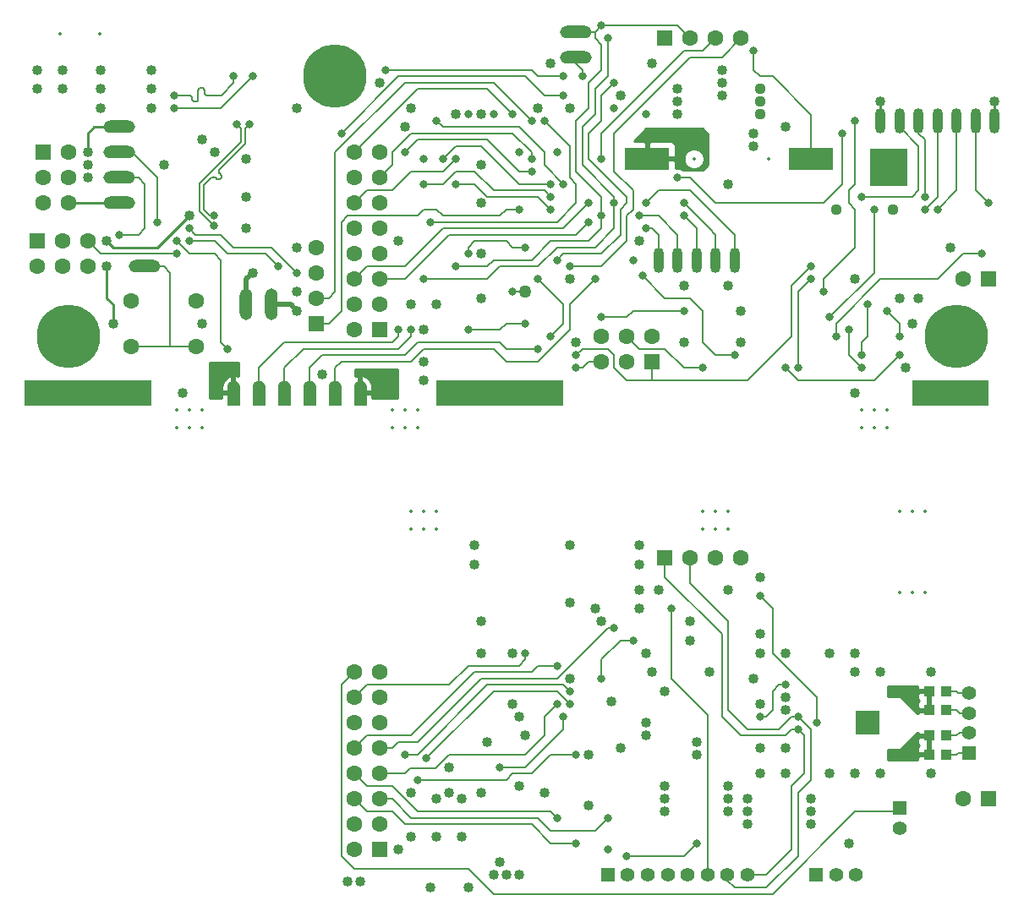
<source format=gbl>
G04 #@! TF.GenerationSoftware,KiCad,Pcbnew,5.0.0-fee4fd1~65~ubuntu17.10.1*
G04 #@! TF.CreationDate,2018-10-29T15:17:38-04:00*
G04 #@! TF.ProjectId,panel,70616E656C2E6B696361645F70636200,B*
G04 #@! TF.SameCoordinates,Original*
G04 #@! TF.FileFunction,Copper,L4,Bot,Signal*
G04 #@! TF.FilePolarity,Positive*
%FSLAX46Y46*%
G04 Gerber Fmt 4.6, Leading zero omitted, Abs format (unit mm)*
G04 Created by KiCad (PCBNEW 5.0.0-fee4fd1~65~ubuntu17.10.1) date Mon Oct 29 15:17:38 2018*
%MOMM*%
%LPD*%
G01*
G04 APERTURE LIST*
G04 #@! TA.AperFunction,ComponentPad*
%ADD10R,3.700000X3.700000*%
G04 #@! TD*
G04 #@! TA.AperFunction,SMDPad,CuDef*
%ADD11C,1.270000*%
G04 #@! TD*
G04 #@! TA.AperFunction,Conductor*
%ADD12C,0.350000*%
G04 #@! TD*
G04 #@! TA.AperFunction,ComponentPad*
%ADD13C,1.600000*%
G04 #@! TD*
G04 #@! TA.AperFunction,SMDPad,CuDef*
%ADD14O,3.175000X1.270000*%
G04 #@! TD*
G04 #@! TA.AperFunction,ComponentPad*
%ADD15R,1.600000X1.600000*%
G04 #@! TD*
G04 #@! TA.AperFunction,ComponentPad*
%ADD16C,6.350000*%
G04 #@! TD*
G04 #@! TA.AperFunction,ViaPad*
%ADD17C,1.016000*%
G04 #@! TD*
G04 #@! TA.AperFunction,SMDPad,CuDef*
%ADD18R,7.620000X2.540000*%
G04 #@! TD*
G04 #@! TA.AperFunction,SMDPad,CuDef*
%ADD19R,12.700000X2.540000*%
G04 #@! TD*
G04 #@! TA.AperFunction,SMDPad,CuDef*
%ADD20O,1.016000X2.540000*%
G04 #@! TD*
G04 #@! TA.AperFunction,SMDPad,CuDef*
%ADD21O,1.270000X3.175000*%
G04 #@! TD*
G04 #@! TA.AperFunction,BGAPad,CuDef*
%ADD22C,1.270000*%
G04 #@! TD*
G04 #@! TA.AperFunction,SMDPad,CuDef*
%ADD23R,4.500000X2.300000*%
G04 #@! TD*
G04 #@! TA.AperFunction,ComponentPad*
%ADD24C,1.400000*%
G04 #@! TD*
G04 #@! TA.AperFunction,ComponentPad*
%ADD25R,1.400000X1.400000*%
G04 #@! TD*
G04 #@! TA.AperFunction,ComponentPad*
%ADD26R,2.400000X2.400000*%
G04 #@! TD*
G04 #@! TA.AperFunction,SMDPad,CuDef*
%ADD27R,1.100000X1.000000*%
G04 #@! TD*
G04 #@! TA.AperFunction,ViaPad*
%ADD28C,0.812800*%
G04 #@! TD*
G04 #@! TA.AperFunction,ViaPad*
%ADD29C,1.117600*%
G04 #@! TD*
G04 #@! TA.AperFunction,Conductor*
%ADD30C,0.508000*%
G04 #@! TD*
G04 #@! TA.AperFunction,Conductor*
%ADD31C,0.254000*%
G04 #@! TD*
G04 #@! TA.AperFunction,Conductor*
%ADD32C,0.203200*%
G04 #@! TD*
%ADD33C,0.350000*%
G04 APERTURE END LIST*
D10*
G04 #@! TO.P,U4,29*
G04 #@! TO.N,GND*
X162077400Y-59258200D03*
G04 #@! TD*
D11*
G04 #@! TO.P,J8,6*
G04 #@! TO.N,GND*
X109220000Y-81280000D03*
D12*
G04 #@! TD*
G04 #@! TO.N,GND*
G04 #@! TO.C,J8*
G36*
X108585000Y-81280000D02*
X108585765Y-81280000D01*
X108585765Y-81248842D01*
X108591873Y-81186826D01*
X108604030Y-81125708D01*
X108622120Y-81066075D01*
X108645967Y-81008503D01*
X108675342Y-80953545D01*
X108709963Y-80901731D01*
X108749496Y-80853560D01*
X108793560Y-80809496D01*
X108841731Y-80769963D01*
X108893545Y-80735342D01*
X108948503Y-80705967D01*
X109006075Y-80682120D01*
X109065708Y-80664030D01*
X109126826Y-80651873D01*
X109188842Y-80645765D01*
X109251158Y-80645765D01*
X109313174Y-80651873D01*
X109374292Y-80664030D01*
X109433925Y-80682120D01*
X109491497Y-80705967D01*
X109546455Y-80735342D01*
X109598269Y-80769963D01*
X109646440Y-80809496D01*
X109690504Y-80853560D01*
X109730037Y-80901731D01*
X109764658Y-80953545D01*
X109794033Y-81008503D01*
X109817880Y-81066075D01*
X109835970Y-81125708D01*
X109848127Y-81186826D01*
X109854235Y-81248842D01*
X109854235Y-81280000D01*
X109855000Y-81280000D01*
X109855000Y-83185000D01*
X108585000Y-83185000D01*
X108585000Y-81280000D01*
X108585000Y-81280000D01*
G37*
D11*
G04 #@! TO.P,J8,1*
G04 #@! TO.N,+5V*
X96520000Y-81280000D03*
D12*
G04 #@! TD*
G04 #@! TO.N,+5V*
G04 #@! TO.C,J8*
G36*
X95885000Y-81280000D02*
X95885765Y-81280000D01*
X95885765Y-81248842D01*
X95891873Y-81186826D01*
X95904030Y-81125708D01*
X95922120Y-81066075D01*
X95945967Y-81008503D01*
X95975342Y-80953545D01*
X96009963Y-80901731D01*
X96049496Y-80853560D01*
X96093560Y-80809496D01*
X96141731Y-80769963D01*
X96193545Y-80735342D01*
X96248503Y-80705967D01*
X96306075Y-80682120D01*
X96365708Y-80664030D01*
X96426826Y-80651873D01*
X96488842Y-80645765D01*
X96551158Y-80645765D01*
X96613174Y-80651873D01*
X96674292Y-80664030D01*
X96733925Y-80682120D01*
X96791497Y-80705967D01*
X96846455Y-80735342D01*
X96898269Y-80769963D01*
X96946440Y-80809496D01*
X96990504Y-80853560D01*
X97030037Y-80901731D01*
X97064658Y-80953545D01*
X97094033Y-81008503D01*
X97117880Y-81066075D01*
X97135970Y-81125708D01*
X97148127Y-81186826D01*
X97154235Y-81248842D01*
X97154235Y-81280000D01*
X97155000Y-81280000D01*
X97155000Y-83185000D01*
X95885000Y-83185000D01*
X95885000Y-81280000D01*
X95885000Y-81280000D01*
G37*
D11*
G04 #@! TO.P,J8,2*
G04 #@! TO.N,/SDA*
X99060000Y-81280000D03*
D12*
G04 #@! TD*
G04 #@! TO.N,/SDA*
G04 #@! TO.C,J8*
G36*
X98425000Y-81280000D02*
X98425765Y-81280000D01*
X98425765Y-81248842D01*
X98431873Y-81186826D01*
X98444030Y-81125708D01*
X98462120Y-81066075D01*
X98485967Y-81008503D01*
X98515342Y-80953545D01*
X98549963Y-80901731D01*
X98589496Y-80853560D01*
X98633560Y-80809496D01*
X98681731Y-80769963D01*
X98733545Y-80735342D01*
X98788503Y-80705967D01*
X98846075Y-80682120D01*
X98905708Y-80664030D01*
X98966826Y-80651873D01*
X99028842Y-80645765D01*
X99091158Y-80645765D01*
X99153174Y-80651873D01*
X99214292Y-80664030D01*
X99273925Y-80682120D01*
X99331497Y-80705967D01*
X99386455Y-80735342D01*
X99438269Y-80769963D01*
X99486440Y-80809496D01*
X99530504Y-80853560D01*
X99570037Y-80901731D01*
X99604658Y-80953545D01*
X99634033Y-81008503D01*
X99657880Y-81066075D01*
X99675970Y-81125708D01*
X99688127Y-81186826D01*
X99694235Y-81248842D01*
X99694235Y-81280000D01*
X99695000Y-81280000D01*
X99695000Y-83185000D01*
X98425000Y-83185000D01*
X98425000Y-81280000D01*
X98425000Y-81280000D01*
G37*
D11*
G04 #@! TO.P,J8,3*
G04 #@! TO.N,/SCL*
X101600000Y-81280000D03*
D12*
G04 #@! TD*
G04 #@! TO.N,/SCL*
G04 #@! TO.C,J8*
G36*
X100965000Y-81280000D02*
X100965765Y-81280000D01*
X100965765Y-81248842D01*
X100971873Y-81186826D01*
X100984030Y-81125708D01*
X101002120Y-81066075D01*
X101025967Y-81008503D01*
X101055342Y-80953545D01*
X101089963Y-80901731D01*
X101129496Y-80853560D01*
X101173560Y-80809496D01*
X101221731Y-80769963D01*
X101273545Y-80735342D01*
X101328503Y-80705967D01*
X101386075Y-80682120D01*
X101445708Y-80664030D01*
X101506826Y-80651873D01*
X101568842Y-80645765D01*
X101631158Y-80645765D01*
X101693174Y-80651873D01*
X101754292Y-80664030D01*
X101813925Y-80682120D01*
X101871497Y-80705967D01*
X101926455Y-80735342D01*
X101978269Y-80769963D01*
X102026440Y-80809496D01*
X102070504Y-80853560D01*
X102110037Y-80901731D01*
X102144658Y-80953545D01*
X102174033Y-81008503D01*
X102197880Y-81066075D01*
X102215970Y-81125708D01*
X102228127Y-81186826D01*
X102234235Y-81248842D01*
X102234235Y-81280000D01*
X102235000Y-81280000D01*
X102235000Y-83185000D01*
X100965000Y-83185000D01*
X100965000Y-81280000D01*
X100965000Y-81280000D01*
G37*
D11*
G04 #@! TO.P,J8,4*
G04 #@! TO.N,/OLRST*
X104140000Y-81280000D03*
D12*
G04 #@! TD*
G04 #@! TO.N,/OLRST*
G04 #@! TO.C,J8*
G36*
X103505000Y-81280000D02*
X103505765Y-81280000D01*
X103505765Y-81248842D01*
X103511873Y-81186826D01*
X103524030Y-81125708D01*
X103542120Y-81066075D01*
X103565967Y-81008503D01*
X103595342Y-80953545D01*
X103629963Y-80901731D01*
X103669496Y-80853560D01*
X103713560Y-80809496D01*
X103761731Y-80769963D01*
X103813545Y-80735342D01*
X103868503Y-80705967D01*
X103926075Y-80682120D01*
X103985708Y-80664030D01*
X104046826Y-80651873D01*
X104108842Y-80645765D01*
X104171158Y-80645765D01*
X104233174Y-80651873D01*
X104294292Y-80664030D01*
X104353925Y-80682120D01*
X104411497Y-80705967D01*
X104466455Y-80735342D01*
X104518269Y-80769963D01*
X104566440Y-80809496D01*
X104610504Y-80853560D01*
X104650037Y-80901731D01*
X104684658Y-80953545D01*
X104714033Y-81008503D01*
X104737880Y-81066075D01*
X104755970Y-81125708D01*
X104768127Y-81186826D01*
X104774235Y-81248842D01*
X104774235Y-81280000D01*
X104775000Y-81280000D01*
X104775000Y-83185000D01*
X103505000Y-83185000D01*
X103505000Y-81280000D01*
X103505000Y-81280000D01*
G37*
D11*
G04 #@! TO.P,J8,5*
G04 #@! TO.N,/ALS_INT*
X106680000Y-81280000D03*
D12*
G04 #@! TD*
G04 #@! TO.N,/ALS_INT*
G04 #@! TO.C,J8*
G36*
X106045000Y-81280000D02*
X106045765Y-81280000D01*
X106045765Y-81248842D01*
X106051873Y-81186826D01*
X106064030Y-81125708D01*
X106082120Y-81066075D01*
X106105967Y-81008503D01*
X106135342Y-80953545D01*
X106169963Y-80901731D01*
X106209496Y-80853560D01*
X106253560Y-80809496D01*
X106301731Y-80769963D01*
X106353545Y-80735342D01*
X106408503Y-80705967D01*
X106466075Y-80682120D01*
X106525708Y-80664030D01*
X106586826Y-80651873D01*
X106648842Y-80645765D01*
X106711158Y-80645765D01*
X106773174Y-80651873D01*
X106834292Y-80664030D01*
X106893925Y-80682120D01*
X106951497Y-80705967D01*
X107006455Y-80735342D01*
X107058269Y-80769963D01*
X107106440Y-80809496D01*
X107150504Y-80853560D01*
X107190037Y-80901731D01*
X107224658Y-80953545D01*
X107254033Y-81008503D01*
X107277880Y-81066075D01*
X107295970Y-81125708D01*
X107308127Y-81186826D01*
X107314235Y-81248842D01*
X107314235Y-81280000D01*
X107315000Y-81280000D01*
X107315000Y-83185000D01*
X106045000Y-83185000D01*
X106045000Y-81280000D01*
X106045000Y-81280000D01*
G37*
D13*
G04 #@! TO.P,SW1,2*
G04 #@! TO.N,GND*
X92785000Y-72680000D03*
X86285000Y-72680000D03*
G04 #@! TO.P,SW1,1*
G04 #@! TO.N,Net-(C13-Pad1)*
X86285000Y-77180000D03*
X92785000Y-77180000D03*
G04 #@! TD*
D14*
G04 #@! TO.P,J11,1*
G04 #@! TO.N,Net-(C13-Pad1)*
X87630000Y-69215000D03*
G04 #@! TD*
D13*
G04 #@! TO.P,J12,2*
G04 #@! TO.N,GND*
X169545000Y-70485000D03*
D15*
G04 #@! TO.P,J12,1*
X172085000Y-70485000D03*
G04 #@! TD*
D16*
G04 #@! TO.P,H2,P*
G04 #@! TO.N,GND*
X168910000Y-76200000D03*
D17*
G04 #@! TD*
G04 #@! TO.N,GND*
G04 #@! TO.C,H2*
X168910000Y-73914000D03*
G04 #@! TO.N,GND*
G04 #@! TO.C,H2*
X166930266Y-75057000D03*
X166930266Y-77343000D03*
X168910000Y-78486000D03*
X170889734Y-77343000D03*
X170889734Y-75057000D03*
G04 #@! TD*
D16*
G04 #@! TO.P,H3,P*
G04 #@! TO.N,GND*
X106680000Y-50165000D03*
D17*
G04 #@! TD*
G04 #@! TO.N,GND*
G04 #@! TO.C,H3*
X106680000Y-47879000D03*
G04 #@! TO.N,GND*
G04 #@! TO.C,H3*
X104700266Y-49022000D03*
X104700266Y-51308000D03*
X106680000Y-52451000D03*
X108659734Y-51308000D03*
X108659734Y-49022000D03*
G04 #@! TD*
D16*
G04 #@! TO.P,H1,P*
G04 #@! TO.N,GND*
X80010000Y-76200000D03*
D17*
G04 #@! TD*
G04 #@! TO.N,GND*
G04 #@! TO.C,H1*
X80010000Y-73914000D03*
G04 #@! TO.N,GND*
G04 #@! TO.C,H1*
X78030266Y-75057000D03*
X78030266Y-77343000D03*
X80010000Y-78486000D03*
X81989734Y-77343000D03*
X81989734Y-75057000D03*
G04 #@! TD*
D18*
G04 #@! TO.P,H6,1*
G04 #@! TO.N,Net-(H6-Pad1)*
X168275000Y-81915000D03*
G04 #@! TD*
D19*
G04 #@! TO.P,H5,1*
G04 #@! TO.N,Net-(H5-Pad1)*
X123190000Y-81915000D03*
G04 #@! TD*
G04 #@! TO.P,H4,1*
G04 #@! TO.N,Net-(H4-Pad1)*
X81915000Y-81915000D03*
G04 #@! TD*
D20*
G04 #@! TO.P,J14,4*
G04 #@! TO.N,/P45*
X140970000Y-68580000D03*
G04 #@! TO.P,J14,5*
G04 #@! TO.N,/P46*
X139065000Y-68580000D03*
G04 #@! TO.P,J14,3*
G04 #@! TO.N,/P44*
X142875000Y-68580000D03*
G04 #@! TO.P,J14,2*
G04 #@! TO.N,/P43*
X144780000Y-68580000D03*
G04 #@! TO.P,J14,1*
G04 #@! TO.N,/P42*
X146685000Y-68580000D03*
G04 #@! TD*
D15*
G04 #@! TO.P,J10,1*
G04 #@! TO.N,/VIN*
X77470000Y-57785000D03*
D13*
G04 #@! TO.P,J10,2*
G04 #@! TO.N,+5V*
X80010000Y-57785000D03*
G04 #@! TO.P,J10,3*
G04 #@! TO.N,/VIN*
X77470000Y-60325000D03*
G04 #@! TO.P,J10,4*
G04 #@! TO.N,+5V*
X80010000Y-60325000D03*
G04 #@! TO.P,J10,5*
G04 #@! TO.N,GND*
X77470000Y-62865000D03*
G04 #@! TO.P,J10,6*
X80010000Y-62865000D03*
G04 #@! TD*
G04 #@! TO.P,J7,6*
G04 #@! TO.N,GND*
X133350000Y-76200000D03*
G04 #@! TO.P,J7,5*
G04 #@! TO.N,/RESET*
X133350000Y-78740000D03*
G04 #@! TO.P,J7,4*
G04 #@! TO.N,/MOSI*
X135890000Y-76200000D03*
G04 #@! TO.P,J7,3*
G04 #@! TO.N,/SCK*
X135890000Y-78740000D03*
G04 #@! TO.P,J7,2*
G04 #@! TO.N,+5V*
X138430000Y-76200000D03*
D15*
G04 #@! TO.P,J7,1*
G04 #@! TO.N,/MISO*
X138430000Y-78740000D03*
G04 #@! TD*
D13*
G04 #@! TO.P,J3,4*
G04 #@! TO.N,/KCHG*
X147320000Y-46355000D03*
G04 #@! TO.P,J3,3*
G04 #@! TO.N,/A_SHDN*
X144780000Y-46355000D03*
G04 #@! TO.P,J3,2*
G04 #@! TO.N,/SCL*
X142240000Y-46355000D03*
D15*
G04 #@! TO.P,J3,1*
G04 #@! TO.N,/SDA*
X139700000Y-46355000D03*
G04 #@! TD*
D13*
G04 #@! TO.P,J4,6*
G04 #@! TO.N,GND*
X81915000Y-69215000D03*
G04 #@! TO.P,J4,5*
G04 #@! TO.N,/USB Serial/RESET-USB*
X81915000Y-66675000D03*
G04 #@! TO.P,J4,4*
G04 #@! TO.N,/USB Serial/MOSI-USB*
X79375000Y-69215000D03*
G04 #@! TO.P,J4,3*
G04 #@! TO.N,/USB Serial/SCK-USB*
X79375000Y-66675000D03*
G04 #@! TO.P,J4,2*
G04 #@! TO.N,+5V*
X76835000Y-69215000D03*
D15*
G04 #@! TO.P,J4,1*
G04 #@! TO.N,/USB Serial/MISO-USB*
X76835000Y-66675000D03*
G04 #@! TD*
D13*
G04 #@! TO.P,J9,16*
G04 #@! TO.N,/ALRM_SW*
X108585000Y-57785000D03*
G04 #@! TO.P,J9,15*
G04 #@! TO.N,DVDD*
X111125000Y-57785000D03*
G04 #@! TO.P,J9,14*
G04 #@! TO.N,/Peripherals/XDCS_3V3*
X108585000Y-60325000D03*
G04 #@! TO.P,J9,13*
G04 #@! TO.N,/MISO*
X111125000Y-60325000D03*
G04 #@! TO.P,J9,12*
G04 #@! TO.N,/Peripherals/CSCK_3V3*
X108585000Y-62865000D03*
G04 #@! TO.P,J9,11*
G04 #@! TO.N,/Peripherals/CMOSI_3V3*
X111125000Y-62865000D03*
G04 #@! TO.P,J9,10*
G04 #@! TO.N,/DREQ*
X108585000Y-65405000D03*
G04 #@! TO.P,J9,9*
G04 #@! TO.N,/Peripherals/CRST_3V3*
X111125000Y-65405000D03*
G04 #@! TO.P,J9,8*
G04 #@! TO.N,/PIX_SHDN*
X108585000Y-67945000D03*
G04 #@! TO.P,J9,7*
G04 #@! TO.N,/Peripherals/CCS_3V3*
X111125000Y-67945000D03*
G04 #@! TO.P,J9,6*
G04 #@! TO.N,/PIX_LAMP*
X108585000Y-70485000D03*
G04 #@! TO.P,J9,5*
G04 #@! TO.N,/PIX_CLK*
X111125000Y-70485000D03*
G04 #@! TO.P,J9,4*
G04 #@! TO.N,GND*
X108585000Y-73025000D03*
G04 #@! TO.P,J9,3*
X111125000Y-73025000D03*
G04 #@! TO.P,J9,2*
G04 #@! TO.N,+5V*
X108585000Y-75565000D03*
D15*
G04 #@! TO.P,J9,1*
X111125000Y-75565000D03*
G04 #@! TD*
D14*
G04 #@! TO.P,J16,1*
G04 #@! TO.N,/SDA*
X130810000Y-48260000D03*
G04 #@! TO.P,J16,2*
G04 #@! TO.N,/SCL*
X130810000Y-45720000D03*
G04 #@! TD*
D21*
G04 #@! TO.P,J15,1*
G04 #@! TO.N,+5V*
X100330000Y-73025000D03*
G04 #@! TO.P,J15,2*
G04 #@! TO.N,GND*
X97790000Y-73025000D03*
G04 #@! TD*
D22*
G04 #@! TO.P,TP1,1*
G04 #@! TO.N,Net-(C24-Pad1)*
X125730000Y-71755000D03*
G04 #@! TD*
D15*
G04 #@! TO.P,J6,1*
G04 #@! TO.N,/LOW_BATT*
X104775000Y-74930000D03*
D13*
G04 #@! TO.P,J6,2*
G04 #@! TO.N,/ON_BATT*
X104775000Y-72390000D03*
G04 #@! TO.P,J6,3*
G04 #@! TO.N,/SDA*
X104775000Y-69850000D03*
G04 #@! TO.P,J6,4*
G04 #@! TO.N,/SCL*
X104775000Y-67310000D03*
G04 #@! TD*
D23*
G04 #@! TO.P,B1,P*
G04 #@! TO.N,Net-(B1-PadP)*
X154315000Y-58420000D03*
G04 #@! TO.P,B1,N*
G04 #@! TO.N,GND*
X137915000Y-58420000D03*
G04 #@! TD*
D20*
G04 #@! TO.P,J17,1*
G04 #@! TO.N,+3V3*
X161290000Y-54610000D03*
G04 #@! TO.P,J17,2*
G04 #@! TO.N,/Peripherals/GPIO_1*
X163195000Y-54610000D03*
G04 #@! TO.P,J17,3*
G04 #@! TO.N,/Peripherals/GPIO_3*
X165100000Y-54610000D03*
G04 #@! TO.P,J17,7*
G04 #@! TO.N,GND*
X172720000Y-54610000D03*
G04 #@! TO.P,J17,6*
G04 #@! TO.N,/Peripherals/LED_ERR*
X170815000Y-54610000D03*
G04 #@! TO.P,J17,4*
G04 #@! TO.N,/Peripherals/LED_WIFI*
X167005000Y-54610000D03*
G04 #@! TO.P,J17,5*
G04 #@! TO.N,/Peripherals/LED_NET*
X168910000Y-54610000D03*
G04 #@! TD*
D14*
G04 #@! TO.P,J13,1*
G04 #@! TO.N,+5V*
X85090000Y-55245000D03*
G04 #@! TO.P,J13,2*
G04 #@! TO.N,/USB Serial/LED_TX*
X85090000Y-57785000D03*
G04 #@! TO.P,J13,3*
G04 #@! TO.N,/USB Serial/LED_RX*
X85090000Y-60325000D03*
G04 #@! TO.P,J13,4*
G04 #@! TO.N,GND*
X85090000Y-62865000D03*
G04 #@! TD*
D24*
G04 #@! TO.P,J7,2*
G04 #@! TO.N,GND*
X163195000Y-125460000D03*
D25*
G04 #@! TO.P,J7,1*
G04 #@! TO.N,/ALRM_SW*
X163195000Y-123460000D03*
G04 #@! TD*
G04 #@! TO.P,J1,1*
G04 #@! TO.N,/PIX_VCC*
X154845000Y-130175000D03*
D24*
G04 #@! TO.P,J1,2*
G04 #@! TO.N,Net-(J1-Pad2)*
X156845000Y-130175000D03*
G04 #@! TO.P,J1,3*
G04 #@! TO.N,GND*
X158845000Y-130175000D03*
G04 #@! TD*
D25*
G04 #@! TO.P,J2,1*
G04 #@! TO.N,+5V*
X133970000Y-130175000D03*
D24*
G04 #@! TO.P,J2,2*
G04 #@! TO.N,/PIX_VCC*
X135970000Y-130175000D03*
G04 #@! TO.P,J2,3*
G04 #@! TO.N,GND*
X137970000Y-130175000D03*
G04 #@! TO.P,J2,4*
X139970000Y-130175000D03*
G04 #@! TO.P,J2,5*
G04 #@! TO.N,Net-(J2-Pad5)*
X141970000Y-130175000D03*
G04 #@! TO.P,J2,6*
G04 #@! TO.N,/KCHG*
X143970000Y-130175000D03*
G04 #@! TO.P,J2,7*
G04 #@! TO.N,/SCL*
X145970000Y-130175000D03*
G04 #@! TO.P,J2,8*
G04 #@! TO.N,/SDA*
X147970000Y-130175000D03*
G04 #@! TD*
D25*
G04 #@! TO.P,J3,1*
G04 #@! TO.N,/OUT_L-*
X170180000Y-117935000D03*
D24*
G04 #@! TO.P,J3,2*
G04 #@! TO.N,/OUT_L+*
X170180000Y-115935000D03*
G04 #@! TO.P,J3,3*
G04 #@! TO.N,/OUT_R+*
X170180000Y-113935000D03*
G04 #@! TO.P,J3,4*
G04 #@! TO.N,/OUT_R-*
X170180000Y-111935000D03*
G04 #@! TD*
D15*
G04 #@! TO.P,J5,1*
G04 #@! TO.N,/SDA*
X139700000Y-98425000D03*
D13*
G04 #@! TO.P,J5,2*
G04 #@! TO.N,/SCL*
X142240000Y-98425000D03*
G04 #@! TO.P,J5,3*
G04 #@! TO.N,/A_SHDN*
X144780000Y-98425000D03*
G04 #@! TO.P,J5,4*
G04 #@! TO.N,/KCHG*
X147320000Y-98425000D03*
G04 #@! TD*
D15*
G04 #@! TO.P,J4,1*
G04 #@! TO.N,+5V*
X111125000Y-127635000D03*
D13*
G04 #@! TO.P,J4,2*
X108585000Y-127635000D03*
G04 #@! TO.P,J4,3*
G04 #@! TO.N,GND*
X111125000Y-125095000D03*
G04 #@! TO.P,J4,4*
X108585000Y-125095000D03*
G04 #@! TO.P,J4,5*
G04 #@! TO.N,/PIX_CLK*
X111125000Y-122555000D03*
G04 #@! TO.P,J4,6*
G04 #@! TO.N,/PIX_LAMP*
X108585000Y-122555000D03*
G04 #@! TO.P,J4,7*
G04 #@! TO.N,/CCS_3V3*
X111125000Y-120015000D03*
G04 #@! TO.P,J4,8*
G04 #@! TO.N,/PIX_SHDN*
X108585000Y-120015000D03*
G04 #@! TO.P,J4,9*
G04 #@! TO.N,/CRST_3V3*
X111125000Y-117475000D03*
G04 #@! TO.P,J4,10*
G04 #@! TO.N,/DREQ*
X108585000Y-117475000D03*
G04 #@! TO.P,J4,11*
G04 #@! TO.N,/CMOSI_3V3*
X111125000Y-114935000D03*
G04 #@! TO.P,J4,12*
G04 #@! TO.N,/SCLK_3V3*
X108585000Y-114935000D03*
G04 #@! TO.P,J4,13*
G04 #@! TO.N,/MISO*
X111125000Y-112395000D03*
G04 #@! TO.P,J4,14*
G04 #@! TO.N,/XDCS_3V3*
X108585000Y-112395000D03*
G04 #@! TO.P,J4,15*
G04 #@! TO.N,+3V3*
X111125000Y-109855000D03*
G04 #@! TO.P,J4,16*
G04 #@! TO.N,/ALRM_SW*
X108585000Y-109855000D03*
G04 #@! TD*
D26*
G04 #@! TO.P,U4,EP*
G04 #@! TO.N,GND*
X160020000Y-114935000D03*
G04 #@! TD*
D15*
G04 #@! TO.P,J6,1*
G04 #@! TO.N,GND*
X172085000Y-122555000D03*
D13*
G04 #@! TO.P,J6,2*
X169545000Y-122555000D03*
G04 #@! TD*
D27*
G04 #@! TO.P,C31,1*
G04 #@! TO.N,/OUT_L-*
X167855000Y-118110000D03*
G04 #@! TO.P,C31,2*
G04 #@! TO.N,AGND*
X166155000Y-118110000D03*
G04 #@! TD*
G04 #@! TO.P,C32,1*
G04 #@! TO.N,AGND*
X166155000Y-111760000D03*
G04 #@! TO.P,C32,2*
G04 #@! TO.N,/OUT_R-*
X167855000Y-111760000D03*
G04 #@! TD*
G04 #@! TO.P,C33,2*
G04 #@! TO.N,AGND*
X166155000Y-116205000D03*
G04 #@! TO.P,C33,1*
G04 #@! TO.N,/OUT_L+*
X167855000Y-116205000D03*
G04 #@! TD*
G04 #@! TO.P,C34,2*
G04 #@! TO.N,/OUT_R+*
X167855000Y-113665000D03*
G04 #@! TO.P,C34,1*
G04 #@! TO.N,AGND*
X166155000Y-113665000D03*
G04 #@! TD*
D17*
G04 #@! TO.N,GND*
X172720000Y-52705000D03*
X147320000Y-73660000D03*
X147320000Y-76835000D03*
X151765000Y-55245000D03*
X165100000Y-72390000D03*
X158750000Y-70485000D03*
X83185000Y-51435000D03*
X83185000Y-53340000D03*
X121285000Y-53975000D03*
X113665000Y-55245000D03*
X168275000Y-67310000D03*
X130810000Y-76835000D03*
X111125000Y-81915000D03*
X112395000Y-81915000D03*
X121285000Y-67945000D03*
X121285000Y-62865000D03*
X158750000Y-81915000D03*
X164465000Y-74930000D03*
X111125000Y-50800000D03*
X115570000Y-75565000D03*
X141605000Y-57150000D03*
X148590000Y-57150000D03*
X163195000Y-72390000D03*
X145415000Y-49530000D03*
X138430000Y-48895000D03*
X145415000Y-50800000D03*
X145415000Y-52070000D03*
X141605000Y-55880000D03*
X148590000Y-55880000D03*
X130175000Y-53340000D03*
X127000000Y-53340000D03*
X115570000Y-80645000D03*
X102870000Y-67310000D03*
X141605000Y-71120000D03*
X97790000Y-58420000D03*
X97790000Y-62230000D03*
X97790000Y-65405000D03*
X146050000Y-71120000D03*
X146050000Y-60960000D03*
X91440000Y-81915000D03*
X88265000Y-49530000D03*
X88265000Y-51435000D03*
X88265000Y-53340000D03*
X83185000Y-49530000D03*
X98425000Y-69850000D03*
X94615000Y-57785000D03*
X109220000Y-130810000D03*
X107950000Y-130810000D03*
X133350000Y-104775000D03*
X121285000Y-104775000D03*
X127635000Y-121920000D03*
X137160000Y-101600000D03*
X137160000Y-103505000D03*
X137160000Y-99060000D03*
X137160000Y-97155000D03*
X130175000Y-97155000D03*
X120650000Y-97155000D03*
X120650000Y-99060000D03*
X125095000Y-114300000D03*
X114300000Y-126365000D03*
X121285000Y-121920000D03*
X114300000Y-121920000D03*
X118110000Y-121920000D03*
X132080000Y-123190000D03*
X121285000Y-107950000D03*
X125095000Y-121285000D03*
D28*
X133985000Y-127635000D03*
D17*
X154305000Y-122555000D03*
X154305000Y-123825000D03*
X154305000Y-125095000D03*
X146050000Y-101600000D03*
X166370000Y-120015000D03*
X135255000Y-117475000D03*
X121920000Y-116840000D03*
X166370000Y-109855000D03*
D28*
G04 #@! TO.N,/MISO*
X154305000Y-69215000D03*
X122555000Y-53975000D03*
X130810000Y-78105000D03*
X128270000Y-76200000D03*
X127000000Y-70485000D03*
X126365000Y-58420000D03*
X113665000Y-118110000D03*
X130175000Y-111760000D03*
D17*
G04 #@! TO.N,+5V*
X140970000Y-52705000D03*
X140970000Y-53975000D03*
X141605000Y-76835000D03*
X130175000Y-70485000D03*
X114300000Y-73025000D03*
X137160000Y-66675000D03*
X140970000Y-51435000D03*
X116840000Y-73025000D03*
X121285000Y-59055000D03*
X105410000Y-80010000D03*
X121285000Y-72390000D03*
X128270000Y-48895000D03*
X135255000Y-52070000D03*
X115570000Y-78740000D03*
X93345000Y-74930000D03*
X95250000Y-79375000D03*
X95250000Y-80645000D03*
X102870000Y-71755000D03*
X102870000Y-73660000D03*
X81915000Y-59055000D03*
X81915000Y-57785000D03*
X81915000Y-60325000D03*
X89535000Y-59055000D03*
X161290000Y-109855000D03*
X113030000Y-127635000D03*
X116205000Y-131445000D03*
X123825000Y-130175000D03*
X122555000Y-130175000D03*
X120015000Y-131445000D03*
X125095000Y-130175000D03*
X149225000Y-100330000D03*
X139065000Y-101600000D03*
X161290000Y-120015000D03*
X158115000Y-127000000D03*
X123190000Y-128905000D03*
D28*
G04 #@! TO.N,/SCK*
X117475000Y-58420000D03*
X128270000Y-60960000D03*
G04 #@! TO.N,/MOSI*
X151765000Y-79375000D03*
X163195000Y-78105000D03*
X143510000Y-79375000D03*
X116840000Y-54610000D03*
X129540000Y-60960000D03*
G04 #@! TO.N,/RESET*
X136525000Y-68580000D03*
X130810000Y-79375000D03*
D17*
G04 #@! TO.N,/VIN*
X79375000Y-49530000D03*
X79375000Y-51435000D03*
X76835000Y-49530000D03*
X76835000Y-51435000D03*
D28*
G04 #@! TO.N,/USB Serial/RESET-USB*
X90805000Y-67945000D03*
G04 #@! TO.N,/USB Serial/D-*
X94564200Y-64096900D03*
X98107500Y-54927500D03*
G04 #@! TO.N,/USB Serial/D+*
X94564200Y-65112900D03*
X96837500Y-54927500D03*
G04 #@! TO.N,/USB Serial/D_IN+*
X90544156Y-52056202D03*
X96520000Y-50165000D03*
G04 #@! TO.N,/USB Serial/D_IN-*
X90544156Y-53326202D03*
X98425000Y-50165000D03*
G04 #@! TO.N,/DREQ*
X107315000Y-55880000D03*
X137795000Y-53975000D03*
X129540000Y-52070000D03*
X128905000Y-109220000D03*
G04 #@! TO.N,/A_SHDN*
X133350000Y-58420000D03*
D29*
G04 #@! TO.N,+3V3*
X162560000Y-63500000D03*
X149225000Y-53975000D03*
X149225000Y-51435000D03*
X149225000Y-52705000D03*
D17*
X163830000Y-79375000D03*
X161290000Y-52705000D03*
D29*
X156845000Y-63500000D03*
D17*
X116840000Y-126365000D03*
X124460000Y-113030000D03*
X116840000Y-122555000D03*
X118110000Y-119380000D03*
X124460000Y-107950000D03*
X139700000Y-121285000D03*
X139700000Y-122555000D03*
X139700000Y-123825000D03*
X130175000Y-110490000D03*
D28*
G04 #@! TO.N,Net-(B1-PadP)*
X148590000Y-47625000D03*
G04 #@! TO.N,/RTC_INT*
X134620000Y-50800000D03*
X128905000Y-68580000D03*
G04 #@! TO.N,Net-(U2-Pad4)*
X149225000Y-102235000D03*
X154940000Y-114935000D03*
G04 #@! TO.N,/Peripherals/WRST_3V3*
X156845000Y-76200000D03*
X171450000Y-67945000D03*
G04 #@! TO.N,/Peripherals/WEN_3V3*
X160655000Y-63500000D03*
X156210000Y-74295000D03*
G04 #@! TO.N,/Peripherals/WWAKE_3V3*
X155575000Y-71755000D03*
X161925000Y-73660000D03*
X163195000Y-76200000D03*
X158750000Y-54610000D03*
G04 #@! TO.N,/Peripherals/WMOSI_3V3*
X158115000Y-75565000D03*
X159385000Y-79375000D03*
G04 #@! TO.N,/Peripherals/WCS_3V3*
X154305000Y-70485000D03*
X153035000Y-79375000D03*
G04 #@! TO.N,/Peripherals/WSCK_3V3*
X160020000Y-73025000D03*
X159385000Y-78105000D03*
G04 #@! TO.N,/WCS*
X137445000Y-70135000D03*
X146685000Y-78105000D03*
G04 #@! TO.N,/WIRQ*
X157480000Y-55880000D03*
X140970000Y-60325000D03*
G04 #@! TO.N,/Peripherals/CMOSI_3V3*
X115570000Y-58420000D03*
G04 #@! TO.N,/Peripherals/CSCK_3V3*
X118745000Y-58420000D03*
X120015000Y-53975000D03*
G04 #@! TO.N,/SDCS*
X113665000Y-57785000D03*
X120015000Y-67945000D03*
X126365000Y-59690000D03*
X125730000Y-67310000D03*
D17*
G04 #@! TO.N,DVDD*
X113030000Y-66675000D03*
X118745000Y-53975000D03*
X114300000Y-53340000D03*
D28*
G04 #@! TO.N,/PIX_SHDN*
X128905000Y-57785000D03*
X128905000Y-124460000D03*
G04 #@! TO.N,/PIX_LAMP*
X132080000Y-62865000D03*
X130810000Y-127000000D03*
G04 #@! TO.N,/PIX_CLK*
X132080000Y-64770000D03*
X133985000Y-124460000D03*
G04 #@! TO.N,/KCHG*
X130175000Y-69215000D03*
X140335000Y-103505000D03*
G04 #@! TO.N,/SCL*
X133350000Y-45085000D03*
X118745000Y-69215000D03*
X114300000Y-75565000D03*
X133350000Y-64135000D03*
X153035000Y-114300000D03*
G04 #@! TO.N,/SDA*
X133985000Y-46355000D03*
X115570000Y-70485000D03*
X113030000Y-75565000D03*
X131445000Y-50165000D03*
X134620000Y-62865000D03*
X153035000Y-115570000D03*
G04 #@! TO.N,/CCS*
X118745000Y-60960000D03*
X128270000Y-63500000D03*
G04 #@! TO.N,/XDCS*
X116205000Y-64770000D03*
X127635000Y-54610000D03*
G04 #@! TO.N,/CRST*
X133350000Y-74295000D03*
X115570000Y-60960000D03*
X141605000Y-73660000D03*
X128270000Y-62230000D03*
G04 #@! TO.N,/ALS_INT*
X132715000Y-70485000D03*
G04 #@! TO.N,/OLRST*
X127000000Y-77470000D03*
G04 #@! TO.N,/ALRM_SW*
X124460000Y-53975000D03*
G04 #@! TO.N,Net-(C24-Pad1)*
X120015000Y-75565000D03*
X125730000Y-74930000D03*
X124460000Y-71755000D03*
G04 #@! TO.N,/LOW_BATT*
X125095000Y-63500000D03*
G04 #@! TO.N,/ON_BATT*
X126365000Y-54610000D03*
X125095000Y-57785000D03*
G04 #@! TO.N,/SD_DET*
X111760000Y-49530000D03*
X134620000Y-53340000D03*
X129540000Y-50165000D03*
G04 #@! TO.N,/P42*
X137795000Y-62865000D03*
G04 #@! TO.N,/P43*
X141605000Y-62865000D03*
G04 #@! TO.N,/P44*
X141605000Y-64135000D03*
G04 #@! TO.N,/P46*
X137795000Y-65405000D03*
G04 #@! TO.N,/P45*
X137160000Y-64135000D03*
G04 #@! TO.N,/Peripherals/LED_NET*
X167005000Y-63500000D03*
G04 #@! TO.N,/Peripherals/GPIO_1*
X159385000Y-62230000D03*
G04 #@! TO.N,/Peripherals/GPIO_3*
X165735000Y-62230000D03*
G04 #@! TO.N,/Peripherals/LED_WIFI*
X165735000Y-63500000D03*
G04 #@! TO.N,/Peripherals/LED_ERR*
X172085000Y-62865000D03*
G04 #@! TO.N,/USB Serial/LED_TX*
X88900000Y-64770000D03*
G04 #@! TO.N,/USB Serial/LED_RX*
X85090000Y-66040000D03*
G04 #@! TO.N,/USB Serial/RESET*
X90805000Y-66675000D03*
X95885000Y-77470000D03*
D17*
G04 #@! TO.N,/USB Serial/UVCC*
X83820000Y-66675000D03*
X83820000Y-69215000D03*
X84455000Y-74930000D03*
X102870000Y-53340000D03*
X93345000Y-56515000D03*
X92075000Y-64135000D03*
D28*
G04 #@! TO.N,/USB Serial/UTXD*
X92075000Y-66675000D03*
X100965000Y-69215000D03*
G04 #@! TO.N,/USB Serial/URXD*
X102870000Y-69850000D03*
X92075000Y-65405000D03*
G04 #@! TO.N,/CMOSI_3V3*
X115824000Y-118491000D03*
X130175000Y-113030000D03*
G04 #@! TO.N,/SCLK_3V3*
X130810000Y-118110000D03*
X114935000Y-120650000D03*
G04 #@! TO.N,/XDCS_3V3*
X125730000Y-107950000D03*
G04 #@! TO.N,/CCS_3V3*
X128905000Y-113030000D03*
G04 #@! TO.N,/CRST_3V3*
X134620000Y-105410000D03*
D17*
G04 #@! TO.N,+1V8*
X119380000Y-126365000D03*
X132080000Y-118110000D03*
X119380000Y-122555000D03*
X132715000Y-103505000D03*
X130175000Y-102870000D03*
X125730000Y-116205000D03*
G04 #@! TO.N,AVDD*
X138430000Y-109855000D03*
X146050000Y-122555000D03*
X146050000Y-121285000D03*
X146050000Y-123825000D03*
X137795000Y-114935000D03*
X158750000Y-109855000D03*
X139700000Y-111760000D03*
G04 #@! TO.N,AGND*
X147955000Y-123825000D03*
X147955000Y-125095000D03*
X142875000Y-116840000D03*
X151765000Y-112395000D03*
X151765000Y-117475000D03*
X137795000Y-116205000D03*
X137795000Y-107950000D03*
X144145000Y-109855000D03*
X134366000Y-112776000D03*
X151765000Y-113665000D03*
X142240000Y-104775000D03*
X156210000Y-107950000D03*
X149225000Y-113030000D03*
X149225000Y-107950000D03*
X149225000Y-106045000D03*
X142240000Y-106680000D03*
X151765000Y-107950000D03*
X158750000Y-120015000D03*
X156210000Y-120015000D03*
X151765000Y-120015000D03*
X149225000Y-117475000D03*
X162560000Y-111760000D03*
X162560000Y-118110000D03*
X158750000Y-107950000D03*
X149225000Y-120015000D03*
X147955000Y-122555000D03*
X142875000Y-118110000D03*
X148590000Y-110490000D03*
D28*
G04 #@! TO.N,Net-(C15-Pad2)*
X136525000Y-106680000D03*
X133350000Y-110490000D03*
G04 #@! TO.N,Net-(C23-Pad1)*
X151765000Y-111125000D03*
X149225000Y-114300000D03*
G04 #@! TO.N,Net-(R3-Pad1)*
X135890000Y-128270000D03*
X142875000Y-127000000D03*
G04 #@! TO.N,Net-(R6-Pad2)*
X123190000Y-119380000D03*
X129540000Y-114300000D03*
G04 #@! TD*
D30*
G04 #@! TO.N,GND*
X109220000Y-81280000D02*
X109220000Y-80010000D01*
X110490000Y-81915000D02*
X109220000Y-81915000D01*
X97790000Y-70485000D02*
X97790000Y-73025000D01*
X98425000Y-69850000D02*
X97790000Y-70485000D01*
D31*
X172720000Y-54610000D02*
X172720000Y-52705000D01*
X81915000Y-62865000D02*
X80010000Y-62865000D01*
X81915000Y-62865000D02*
X85090000Y-62865000D01*
D32*
G04 #@! TO.N,/MISO*
X138430000Y-80645000D02*
X138430000Y-78740000D01*
X135890000Y-80645000D02*
X138430000Y-80645000D01*
X134620000Y-79375000D02*
X135890000Y-80645000D01*
X134620000Y-78105000D02*
X134620000Y-79375000D01*
X133985000Y-77470000D02*
X134620000Y-78105000D01*
X130810000Y-78105000D02*
X131445000Y-77470000D01*
X131445000Y-77470000D02*
X133985000Y-77470000D01*
X152400000Y-71120000D02*
X154305000Y-69215000D01*
X138430000Y-80645000D02*
X147955000Y-80645000D01*
X152400000Y-76200000D02*
X152400000Y-71120000D01*
X147955000Y-80645000D02*
X152400000Y-76200000D01*
X129540000Y-73025000D02*
X129540000Y-74930000D01*
X127000000Y-70485000D02*
X129540000Y-73025000D01*
X129540000Y-74930000D02*
X128270000Y-76200000D01*
X112395000Y-59055000D02*
X111125000Y-60325000D01*
X112395000Y-57785000D02*
X112395000Y-59055000D01*
X114300000Y-55880000D02*
X112395000Y-57785000D01*
X124460000Y-55880000D02*
X114300000Y-55880000D01*
X126365000Y-58420000D02*
X126365000Y-57785000D01*
X126365000Y-57785000D02*
X124460000Y-55880000D01*
X130175000Y-111760000D02*
X129540000Y-111125000D01*
X129540000Y-111125000D02*
X121920000Y-111125000D01*
X121920000Y-111125000D02*
X114935000Y-118110000D01*
X114935000Y-118110000D02*
X113665000Y-118110000D01*
D30*
G04 #@! TO.N,+5V*
X94615000Y-81915000D02*
X96520000Y-81915000D01*
X96520000Y-81280000D02*
X96520000Y-80010000D01*
X100330000Y-73025000D02*
X102235000Y-73025000D01*
X102235000Y-73025000D02*
X102870000Y-73660000D01*
D31*
X82550000Y-55245000D02*
X85090000Y-55245000D01*
X81915000Y-57785000D02*
X81915000Y-55880000D01*
X81915000Y-55880000D02*
X82550000Y-55245000D01*
D32*
G04 #@! TO.N,/SCK*
X121285000Y-57150000D02*
X118745000Y-57150000D01*
X128270000Y-60960000D02*
X125095000Y-60960000D01*
X118745000Y-57150000D02*
X117475000Y-58420000D01*
X125095000Y-60960000D02*
X121285000Y-57150000D01*
G04 #@! TO.N,/MOSI*
X153035000Y-80645000D02*
X151765000Y-79375000D01*
X163195000Y-78105000D02*
X160655000Y-80645000D01*
X160655000Y-80645000D02*
X153035000Y-80645000D01*
X137160000Y-77470000D02*
X135890000Y-76200000D01*
X139700000Y-77470000D02*
X137160000Y-77470000D01*
X141605000Y-79375000D02*
X139700000Y-77470000D01*
X143510000Y-79375000D02*
X141605000Y-79375000D01*
X117475000Y-55245000D02*
X116840000Y-54610000D01*
X125095000Y-55245000D02*
X117475000Y-55245000D01*
X129540000Y-60960000D02*
X127635000Y-59055000D01*
X127635000Y-57785000D02*
X125095000Y-55245000D01*
X127635000Y-59055000D02*
X127635000Y-57785000D01*
G04 #@! TO.N,/RESET*
X132080000Y-78740000D02*
X133350000Y-78740000D01*
X130810000Y-79375000D02*
X131445000Y-79375000D01*
X131445000Y-79375000D02*
X132080000Y-78740000D01*
G04 #@! TO.N,/USB Serial/RESET-USB*
X81915000Y-66675000D02*
X82550000Y-66675000D01*
X83185000Y-67945000D02*
X81915000Y-66675000D01*
X90805000Y-67945000D02*
X83185000Y-67945000D01*
G04 #@! TO.N,/USB Serial/MISO-USB*
X76835000Y-66040000D02*
X76835000Y-67310000D01*
X76835000Y-66675000D02*
X76835000Y-66040000D01*
G04 #@! TO.N,/USB Serial/D-*
X97675700Y-55359300D02*
X98107500Y-54927500D01*
X97675700Y-56916670D02*
X97675700Y-55359300D01*
X94956718Y-60497523D02*
X95023896Y-60497523D01*
X95273471Y-60100325D02*
X95244324Y-60039799D01*
X94891223Y-60482574D02*
X94956718Y-60497523D01*
X94778175Y-60411541D02*
X94830697Y-60453426D01*
X94578585Y-60253967D02*
X94639111Y-60283114D01*
X94513091Y-60239018D02*
X94578585Y-60253967D01*
X94830697Y-60453426D02*
X94891223Y-60482574D01*
X94445912Y-60239018D02*
X94513091Y-60239018D01*
X95288420Y-60165819D02*
X95273471Y-60100325D01*
X95044864Y-59787686D02*
X95029915Y-59722191D01*
X94380418Y-60253967D02*
X94445912Y-60239018D01*
X95023896Y-60497523D02*
X95089391Y-60482574D01*
X94564200Y-64096900D02*
X94122937Y-64096900D01*
X94267370Y-60325000D02*
X94319892Y-60283114D01*
X94639111Y-60283114D02*
X94691634Y-60325000D01*
X95244324Y-60359018D02*
X95273471Y-60298492D01*
X93548200Y-63522163D02*
X93548200Y-61044170D01*
X95244324Y-60039799D02*
X95202439Y-59987276D01*
X94691634Y-60325000D02*
X94778175Y-60411541D01*
X93548200Y-61044170D02*
X94267370Y-60325000D01*
X94319892Y-60283114D02*
X94380418Y-60253967D01*
X94122937Y-64096900D02*
X93548200Y-63522163D01*
X95089391Y-60482574D02*
X95149917Y-60453426D01*
X95202439Y-60411541D02*
X95244324Y-60359018D01*
X95273471Y-60298492D02*
X95288420Y-60232998D01*
X95288420Y-60232998D02*
X95288420Y-60165819D01*
X95115898Y-59476471D02*
X95221963Y-59370407D01*
X95202439Y-59987276D02*
X95115897Y-59900734D01*
X95115897Y-59900734D02*
X95074012Y-59848212D01*
X95149917Y-60453426D02*
X95202439Y-60411541D01*
X95029915Y-59722191D02*
X95029915Y-59655013D01*
X95074012Y-59848212D02*
X95044864Y-59787686D01*
X95029915Y-59655013D02*
X95044864Y-59589518D01*
X95074012Y-59528992D02*
X95115898Y-59476471D01*
X95221963Y-59370407D02*
X97675700Y-56916670D01*
X95044864Y-59589518D02*
X95074012Y-59528992D01*
G04 #@! TO.N,/USB Serial/D+*
X93141800Y-63690500D02*
X93141800Y-60875830D01*
X94564200Y-65112900D02*
X93141800Y-63690500D01*
X97269300Y-56748330D02*
X93141800Y-60875830D01*
X97269300Y-55359300D02*
X97269300Y-56748330D01*
X96837500Y-54927500D02*
X97269300Y-55359300D01*
G04 #@! TO.N,/USB Serial/D_IN+*
X96520000Y-50800000D02*
X96520000Y-50165000D01*
X93875000Y-52056202D02*
X95263798Y-52056202D01*
X93808243Y-52048681D02*
X93875000Y-52056202D01*
X93640450Y-51943249D02*
X93687953Y-51990752D01*
X93604709Y-51886368D02*
X93640450Y-51943249D01*
X93582521Y-51822959D02*
X93604709Y-51886368D01*
X93575000Y-51756202D02*
X93582521Y-51822959D01*
X93575000Y-51571801D02*
X93575000Y-51756202D01*
X95263798Y-52056202D02*
X96520000Y-50800000D01*
X93545290Y-51441636D02*
X93567478Y-51505045D01*
X92975000Y-52390603D02*
X92975000Y-51571801D01*
X92404709Y-52520768D02*
X92440450Y-52577649D01*
X92544834Y-52660893D02*
X92608243Y-52683081D01*
X92487953Y-52625152D02*
X92544834Y-52660893D01*
X92367478Y-52289445D02*
X92375000Y-52356202D01*
X93687953Y-51990752D02*
X93744834Y-52026493D01*
X92805165Y-52660893D02*
X92862046Y-52625152D01*
X92375000Y-52390603D02*
X92382521Y-52457359D01*
X93275000Y-51271801D02*
X93341756Y-51279323D01*
X92309549Y-52169155D02*
X92345290Y-52226036D01*
X92075000Y-52056202D02*
X92141756Y-52063723D01*
X92608243Y-52683081D02*
X92675000Y-52690603D01*
X92262046Y-52121652D02*
X92309549Y-52169155D01*
X93509549Y-51384755D02*
X93545290Y-51441636D01*
X92345290Y-52226036D02*
X92367478Y-52289445D01*
X92375000Y-52356202D02*
X92375000Y-52390603D01*
X92741756Y-52683081D02*
X92805165Y-52660893D01*
X93087953Y-51337252D02*
X93144834Y-51301511D01*
X92382521Y-52457359D02*
X92404709Y-52520768D01*
X92982521Y-51505045D02*
X93004709Y-51441636D01*
X93004709Y-51441636D02*
X93040450Y-51384755D01*
X93341756Y-51279323D02*
X93405165Y-51301511D01*
X92141756Y-52063723D02*
X92205165Y-52085911D01*
X93744834Y-52026493D02*
X93808243Y-52048681D01*
X92675000Y-52690603D02*
X92741756Y-52683081D01*
X92440450Y-52577649D02*
X92487953Y-52625152D01*
X93405165Y-51301511D02*
X93462046Y-51337252D01*
X92862046Y-52625152D02*
X92909549Y-52577649D01*
X93462046Y-51337252D02*
X93509549Y-51384755D01*
X92945290Y-52520768D02*
X92967478Y-52457359D01*
X90544156Y-52056202D02*
X92075000Y-52056202D01*
X92975000Y-51571801D02*
X92982521Y-51505045D01*
X92967478Y-52457359D02*
X92975000Y-52390603D01*
X93040450Y-51384755D02*
X93087953Y-51337252D01*
X93567478Y-51505045D02*
X93575000Y-51571801D01*
X92909549Y-52577649D02*
X92945290Y-52520768D01*
X93144834Y-51301511D02*
X93208243Y-51279323D01*
X92205165Y-52085911D02*
X92262046Y-52121652D01*
X93208243Y-51279323D02*
X93275000Y-51271801D01*
G04 #@! TO.N,/USB Serial/D_IN-*
X95898798Y-52691202D02*
X98425000Y-50165000D01*
X95250000Y-53326202D02*
X95885000Y-52691202D01*
X90544156Y-53326202D02*
X95250000Y-53326202D01*
X95885000Y-52691202D02*
X95898798Y-52691202D01*
G04 #@! TO.N,Net-(C13-Pad1)*
X90170000Y-77180000D02*
X92785000Y-77180000D01*
X86285000Y-77180000D02*
X90170000Y-77180000D01*
X90170000Y-77180000D02*
X90170000Y-69850000D01*
X89535000Y-69215000D02*
X90170000Y-69850000D01*
X87630000Y-69215000D02*
X89535000Y-69215000D01*
G04 #@! TO.N,/DREQ*
X129540000Y-52070000D02*
X127635000Y-52070000D01*
X127635000Y-52070000D02*
X125730000Y-50165000D01*
X113030000Y-50165000D02*
X107315000Y-55880000D01*
X125730000Y-50165000D02*
X113030000Y-50165000D01*
X114300000Y-116205000D02*
X109855000Y-116205000D01*
X120650000Y-109855000D02*
X114300000Y-116205000D01*
X109855000Y-116205000D02*
X108585000Y-117475000D01*
X126365000Y-109855000D02*
X120650000Y-109855000D01*
X128905000Y-109220000D02*
X127000000Y-109220000D01*
X127000000Y-109220000D02*
X126365000Y-109855000D01*
G04 #@! TO.N,/A_SHDN*
X143510000Y-47625000D02*
X144780000Y-46355000D01*
X141605000Y-47625000D02*
X143510000Y-47625000D01*
X133350000Y-58420000D02*
X133350000Y-55880000D01*
X133350000Y-55880000D02*
X141605000Y-47625000D01*
D31*
G04 #@! TO.N,+3V3*
X161290000Y-54610000D02*
X161290000Y-52705000D01*
D32*
G04 #@! TO.N,Net-(B1-PadP)*
X148590000Y-47625000D02*
X148590000Y-49530000D01*
X154315000Y-58420000D02*
X154315000Y-53985000D01*
X154315000Y-53985000D02*
X150495000Y-50165000D01*
X150495000Y-50165000D02*
X149225000Y-50165000D01*
X149225000Y-50165000D02*
X148590000Y-49530000D01*
G04 #@! TO.N,/RTC_INT*
X133350000Y-52070000D02*
X134620000Y-50800000D01*
X132080000Y-58420000D02*
X132080000Y-55880000D01*
X135890000Y-62230000D02*
X132080000Y-58420000D01*
X129540000Y-67945000D02*
X133350000Y-67945000D01*
X128905000Y-68580000D02*
X129540000Y-67945000D01*
X132080000Y-55880000D02*
X133350000Y-54610000D01*
X133350000Y-67945000D02*
X135255000Y-66040000D01*
X133350000Y-54610000D02*
X133350000Y-52070000D01*
X135255000Y-63500000D02*
X135890000Y-62865000D01*
X135890000Y-62865000D02*
X135890000Y-62230000D01*
X135255000Y-66040000D02*
X135255000Y-63500000D01*
G04 #@! TO.N,Net-(U2-Pad4)*
X150495000Y-103505000D02*
X149225000Y-102235000D01*
X154940000Y-112395000D02*
X150495000Y-107950000D01*
X150495000Y-107950000D02*
X150495000Y-103505000D01*
X154940000Y-114935000D02*
X154940000Y-112395000D01*
G04 #@! TO.N,/Peripherals/WRST_3V3*
X171450000Y-67945000D02*
X169545000Y-67945000D01*
X169545000Y-67945000D02*
X167005000Y-70485000D01*
X167005000Y-70485000D02*
X161290000Y-70485000D01*
X161290000Y-70485000D02*
X156845000Y-74930000D01*
X156845000Y-74930000D02*
X156845000Y-76200000D01*
G04 #@! TO.N,/Peripherals/WEN_3V3*
X160655000Y-69850000D02*
X160655000Y-63500000D01*
X156210000Y-74295000D02*
X160655000Y-69850000D01*
G04 #@! TO.N,/Peripherals/WWAKE_3V3*
X163195000Y-74930000D02*
X161925000Y-73660000D01*
X163195000Y-76200000D02*
X163195000Y-74930000D01*
X155575000Y-70485000D02*
X155575000Y-71755000D01*
X158750000Y-60960000D02*
X158115000Y-61595000D01*
X158115000Y-62865000D02*
X158750000Y-63500000D01*
X158750000Y-54610000D02*
X158750000Y-60960000D01*
X158750000Y-63500000D02*
X158750000Y-67310000D01*
X158115000Y-61595000D02*
X158115000Y-62865000D01*
X158750000Y-67310000D02*
X155575000Y-70485000D01*
G04 #@! TO.N,/Peripherals/WMOSI_3V3*
X159385000Y-79375000D02*
X158115000Y-78105000D01*
X158115000Y-78105000D02*
X158115000Y-75565000D01*
G04 #@! TO.N,/Peripherals/WCS_3V3*
X153035000Y-71755000D02*
X154305000Y-70485000D01*
X153035000Y-79375000D02*
X153035000Y-71755000D01*
G04 #@! TO.N,/Peripherals/WSCK_3V3*
X160020000Y-76200000D02*
X160020000Y-73025000D01*
X159385000Y-78105000D02*
X159385000Y-76835000D01*
X159385000Y-76835000D02*
X160020000Y-76200000D01*
G04 #@! TO.N,/WCS*
X139700000Y-72390000D02*
X137445000Y-70135000D01*
X142240000Y-72390000D02*
X139700000Y-72390000D01*
X143510000Y-73660000D02*
X142240000Y-72390000D01*
X143510000Y-76835000D02*
X143510000Y-73660000D01*
X146685000Y-78105000D02*
X144780000Y-78105000D01*
X144780000Y-78105000D02*
X143510000Y-76835000D01*
G04 #@! TO.N,/WIRQ*
X155575000Y-62865000D02*
X157480000Y-60960000D01*
X157480000Y-60960000D02*
X157480000Y-55880000D01*
X144780000Y-62865000D02*
X155575000Y-62865000D01*
X140970000Y-60325000D02*
X142240000Y-60325000D01*
X142240000Y-60325000D02*
X144780000Y-62865000D01*
G04 #@! TO.N,/Peripherals/CSCK_3V3*
X117475000Y-59690000D02*
X114300000Y-59690000D01*
X118745000Y-58420000D02*
X117475000Y-59690000D01*
X114300000Y-59690000D02*
X112395000Y-61595000D01*
X108585000Y-62865000D02*
X109855000Y-61595000D01*
X109855000Y-61595000D02*
X112395000Y-61595000D01*
G04 #@! TO.N,/SDCS*
X121920000Y-56515000D02*
X114935000Y-56515000D01*
X114935000Y-56515000D02*
X113665000Y-57785000D01*
X125095000Y-59690000D02*
X121920000Y-56515000D01*
X126365000Y-59690000D02*
X125095000Y-59690000D01*
X120015000Y-67310000D02*
X120015000Y-67945000D01*
X120650000Y-66675000D02*
X120015000Y-67310000D01*
X123825000Y-66675000D02*
X120650000Y-66675000D01*
X125730000Y-67310000D02*
X124460000Y-67310000D01*
X124460000Y-67310000D02*
X123825000Y-66675000D01*
G04 #@! TO.N,/PIX_SHDN*
X109855000Y-121285000D02*
X108585000Y-120015000D01*
X112395000Y-121285000D02*
X109855000Y-121285000D01*
X128905000Y-124460000D02*
X128270000Y-123825000D01*
X114935000Y-123825000D02*
X112395000Y-121285000D01*
X128270000Y-123825000D02*
X114935000Y-123825000D01*
G04 #@! TO.N,/PIX_LAMP*
X109855000Y-69215000D02*
X108585000Y-70485000D01*
X132080000Y-62865000D02*
X129540000Y-65405000D01*
X113665000Y-69215000D02*
X109855000Y-69215000D01*
X117475000Y-65405000D02*
X113665000Y-69215000D01*
X129540000Y-65405000D02*
X117475000Y-65405000D01*
X109855000Y-123825000D02*
X108585000Y-122555000D01*
X112395000Y-123825000D02*
X109855000Y-123825000D01*
X113665000Y-125095000D02*
X112395000Y-123825000D01*
X126365000Y-125095000D02*
X113665000Y-125095000D01*
X130810000Y-127000000D02*
X128270000Y-127000000D01*
X128270000Y-127000000D02*
X126365000Y-125095000D01*
G04 #@! TO.N,/PIX_CLK*
X113665000Y-70485000D02*
X111125000Y-70485000D01*
X118110000Y-66040000D02*
X113665000Y-70485000D01*
X132080000Y-64770000D02*
X130810000Y-66040000D01*
X130810000Y-66040000D02*
X118110000Y-66040000D01*
X112395000Y-122555000D02*
X111125000Y-122555000D01*
X114300000Y-124460000D02*
X112395000Y-122555000D01*
X127000000Y-124460000D02*
X114300000Y-124460000D01*
X133985000Y-124460000D02*
X132715000Y-125730000D01*
X128270000Y-125730000D02*
X127000000Y-124460000D01*
X132715000Y-125730000D02*
X128270000Y-125730000D01*
G04 #@! TO.N,/KCHG*
X133350000Y-69215000D02*
X130175000Y-69215000D01*
X135890000Y-66675000D02*
X133350000Y-69215000D01*
X135890000Y-64135000D02*
X135890000Y-66675000D01*
X145415000Y-48260000D02*
X142240000Y-48260000D01*
X147320000Y-46355000D02*
X145415000Y-48260000D01*
X142240000Y-48260000D02*
X134620000Y-55880000D01*
X134620000Y-55880000D02*
X134620000Y-59690000D01*
X134620000Y-59690000D02*
X136525000Y-61595000D01*
X136525000Y-63500000D02*
X135890000Y-64135000D01*
X136525000Y-61595000D02*
X136525000Y-63500000D01*
X143970000Y-130175000D02*
X143970000Y-114475000D01*
X143970000Y-114475000D02*
X143970000Y-114125000D01*
X143970000Y-114125000D02*
X142240000Y-112395000D01*
X142240000Y-112395000D02*
X140970000Y-111125000D01*
X140970000Y-111125000D02*
X140335000Y-110490000D01*
X140335000Y-110490000D02*
X140335000Y-103505000D01*
G04 #@! TO.N,/SCL*
X133350000Y-45085000D02*
X132715000Y-45720000D01*
X130175000Y-45720000D02*
X132715000Y-45720000D01*
X140970000Y-45085000D02*
X142240000Y-46355000D01*
X133350000Y-45085000D02*
X140970000Y-45085000D01*
X133350000Y-64135000D02*
X133350000Y-65405000D01*
X133350000Y-65405000D02*
X132080000Y-66675000D01*
X121920000Y-69215000D02*
X118745000Y-69215000D01*
X132080000Y-66675000D02*
X128270000Y-66675000D01*
X122555000Y-68580000D02*
X121920000Y-69215000D01*
X128270000Y-66675000D02*
X126365000Y-68580000D01*
X126365000Y-68580000D02*
X122555000Y-68580000D01*
X132715000Y-46355000D02*
X132715000Y-45720000D01*
X133350000Y-46990000D02*
X132715000Y-46355000D01*
X133350000Y-49530000D02*
X133350000Y-46990000D01*
X133350000Y-62230000D02*
X130810000Y-59690000D01*
X130810000Y-59690000D02*
X130810000Y-54610000D01*
X133350000Y-64135000D02*
X133350000Y-62230000D01*
X130810000Y-54610000D02*
X132080000Y-53340000D01*
X132080000Y-53340000D02*
X132080000Y-50800000D01*
X132080000Y-50800000D02*
X133350000Y-49530000D01*
X101600000Y-79375000D02*
X101600000Y-81280000D01*
X103505000Y-77470000D02*
X101600000Y-79375000D01*
X113030000Y-77470000D02*
X103505000Y-77470000D01*
X114300000Y-75565000D02*
X114300000Y-76200000D01*
X114300000Y-76200000D02*
X113030000Y-77470000D01*
X153035000Y-114300000D02*
X152400000Y-114300000D01*
X151130000Y-115570000D02*
X147955000Y-115570000D01*
X142240000Y-100965000D02*
X142240000Y-98425000D01*
X146050000Y-113665000D02*
X146050000Y-104775000D01*
X152400000Y-114300000D02*
X151130000Y-115570000D01*
X147955000Y-115570000D02*
X146050000Y-113665000D01*
X146050000Y-104775000D02*
X142240000Y-100965000D01*
X154305000Y-115570000D02*
X153035000Y-114300000D01*
X154305000Y-120650000D02*
X154305000Y-115570000D01*
X145970000Y-130730000D02*
X146685000Y-131445000D01*
X149860000Y-131445000D02*
X153035000Y-128270000D01*
X146685000Y-131445000D02*
X149860000Y-131445000D01*
X145970000Y-130175000D02*
X145970000Y-130730000D01*
X153035000Y-128270000D02*
X153035000Y-121920000D01*
X153035000Y-121920000D02*
X154305000Y-120650000D01*
G04 #@! TO.N,/SDA*
X130810000Y-48260000D02*
X130810000Y-48895000D01*
X131445000Y-49530000D02*
X131445000Y-50165000D01*
X130810000Y-48895000D02*
X131445000Y-49530000D01*
X132715000Y-67310000D02*
X128905000Y-67310000D01*
X134620000Y-65405000D02*
X132715000Y-67310000D01*
X134620000Y-62865000D02*
X134620000Y-65405000D01*
X128905000Y-67310000D02*
X127000000Y-69215000D01*
X127000000Y-69215000D02*
X123190000Y-69215000D01*
X121920000Y-70485000D02*
X115570000Y-70485000D01*
X123190000Y-69215000D02*
X121920000Y-70485000D01*
X134620000Y-62230000D02*
X131445000Y-59055000D01*
X133985000Y-50165000D02*
X133985000Y-46355000D01*
X132715000Y-53975000D02*
X132715000Y-51435000D01*
X134620000Y-62865000D02*
X134620000Y-62230000D01*
X131445000Y-59055000D02*
X131445000Y-55245000D01*
X131445000Y-55245000D02*
X132715000Y-53975000D01*
X132715000Y-51435000D02*
X133985000Y-50165000D01*
X99060000Y-79375000D02*
X99060000Y-81280000D01*
X101600000Y-76835000D02*
X99060000Y-79375000D01*
X112395000Y-76835000D02*
X101600000Y-76835000D01*
X113030000Y-75565000D02*
X113030000Y-76200000D01*
X113030000Y-76200000D02*
X112395000Y-76835000D01*
X152400000Y-115570000D02*
X153035000Y-115570000D01*
X139700000Y-98425000D02*
X139700000Y-100330000D01*
X145415000Y-106045000D02*
X145415000Y-114300000D01*
X145415000Y-114300000D02*
X147320000Y-116205000D01*
X151765000Y-116205000D02*
X152400000Y-115570000D01*
X139700000Y-100330000D02*
X145415000Y-106045000D01*
X147320000Y-116205000D02*
X151765000Y-116205000D01*
X153670000Y-116205000D02*
X153035000Y-115570000D01*
X153670000Y-120015000D02*
X153670000Y-116205000D01*
X152400000Y-121285000D02*
X153670000Y-120015000D01*
X152400000Y-127635000D02*
X152400000Y-121285000D01*
X147970000Y-130175000D02*
X149860000Y-130175000D01*
X149860000Y-130175000D02*
X152400000Y-127635000D01*
G04 #@! TO.N,/CCS*
X120650000Y-60960000D02*
X118745000Y-60960000D01*
X128270000Y-63500000D02*
X127000000Y-62230000D01*
X121920000Y-62230000D02*
X120650000Y-60960000D01*
X127000000Y-62230000D02*
X121920000Y-62230000D01*
G04 #@! TO.N,/XDCS*
X130175000Y-57150000D02*
X130175000Y-60325000D01*
X127635000Y-54610000D02*
X130175000Y-57150000D01*
X130175000Y-60325000D02*
X130810000Y-60960000D01*
X130810000Y-60960000D02*
X130810000Y-62865000D01*
X123190000Y-64770000D02*
X116205000Y-64770000D01*
X130810000Y-62865000D02*
X128905000Y-64770000D01*
X128905000Y-64770000D02*
X123190000Y-64770000D01*
G04 #@! TO.N,/CRST*
X135890000Y-74295000D02*
X133350000Y-74295000D01*
X141605000Y-73660000D02*
X136525000Y-73660000D01*
X136525000Y-73660000D02*
X135890000Y-74295000D01*
X117475000Y-60960000D02*
X115570000Y-60960000D01*
X118745000Y-59690000D02*
X117475000Y-60960000D01*
X128270000Y-62230000D02*
X127635000Y-61595000D01*
X120650000Y-59690000D02*
X118745000Y-59690000D01*
X122555000Y-61595000D02*
X120650000Y-59690000D01*
X127635000Y-61595000D02*
X122555000Y-61595000D01*
G04 #@! TO.N,/ALS_INT*
X106680000Y-79375000D02*
X106680000Y-81280000D01*
X114300000Y-78740000D02*
X107315000Y-78740000D01*
X107315000Y-78740000D02*
X106680000Y-79375000D01*
X115570000Y-77470000D02*
X114300000Y-78740000D01*
X130175000Y-73025000D02*
X130175000Y-75565000D01*
X132715000Y-70485000D02*
X130175000Y-73025000D01*
X130175000Y-75565000D02*
X127000000Y-78740000D01*
X127000000Y-78740000D02*
X123825000Y-78740000D01*
X123825000Y-78740000D02*
X122555000Y-77470000D01*
X122555000Y-77470000D02*
X115570000Y-77470000D01*
G04 #@! TO.N,/OLRST*
X105410000Y-78105000D02*
X104140000Y-79375000D01*
X113665000Y-78105000D02*
X105410000Y-78105000D01*
X114935000Y-76835000D02*
X113665000Y-78105000D01*
X127000000Y-77470000D02*
X123825000Y-77470000D01*
X123825000Y-77470000D02*
X123190000Y-76835000D01*
X123190000Y-76835000D02*
X114935000Y-76835000D01*
X104140000Y-79375000D02*
X104140000Y-81280000D01*
G04 #@! TO.N,/ALRM_SW*
X114935000Y-51435000D02*
X108585000Y-57785000D01*
X124460000Y-53975000D02*
X121920000Y-51435000D01*
X121920000Y-51435000D02*
X114935000Y-51435000D01*
X150495000Y-132080000D02*
X158750000Y-123825000D01*
X107315000Y-111125000D02*
X107315000Y-128270000D01*
X108585000Y-109855000D02*
X107315000Y-111125000D01*
X158750000Y-123825000D02*
X163195000Y-123825000D01*
X108585000Y-129540000D02*
X120015000Y-129540000D01*
X120015000Y-129540000D02*
X122555000Y-132080000D01*
X107315000Y-128270000D02*
X108585000Y-129540000D01*
X122555000Y-132080000D02*
X150495000Y-132080000D01*
G04 #@! TO.N,Net-(C24-Pad1)*
X123190000Y-75565000D02*
X120015000Y-75565000D01*
X123825000Y-74930000D02*
X123190000Y-75565000D01*
X125730000Y-74930000D02*
X123825000Y-74930000D01*
X124460000Y-71755000D02*
X125730000Y-71755000D01*
G04 #@! TO.N,/LOW_BATT*
X106045000Y-74930000D02*
X104775000Y-74930000D01*
X107315000Y-73660000D02*
X106045000Y-74930000D01*
X107950000Y-64135000D02*
X107315000Y-64770000D01*
X123825000Y-63500000D02*
X123190000Y-64135000D01*
X114935000Y-64135000D02*
X107950000Y-64135000D01*
X125095000Y-63500000D02*
X123825000Y-63500000D01*
X117475000Y-64135000D02*
X116840000Y-63500000D01*
X123190000Y-64135000D02*
X117475000Y-64135000D01*
X107315000Y-64770000D02*
X107315000Y-73660000D01*
X115570000Y-63500000D02*
X114935000Y-64135000D01*
X116840000Y-63500000D02*
X115570000Y-63500000D01*
G04 #@! TO.N,/ON_BATT*
X106045000Y-72390000D02*
X104775000Y-72390000D01*
X106680000Y-71755000D02*
X106045000Y-72390000D01*
X106680000Y-57785000D02*
X106680000Y-71755000D01*
X113665000Y-50800000D02*
X106680000Y-57785000D01*
X126365000Y-54610000D02*
X122555000Y-50800000D01*
X122555000Y-50800000D02*
X113665000Y-50800000D01*
G04 #@! TO.N,/SD_DET*
X129540000Y-50165000D02*
X127000000Y-50165000D01*
X126365000Y-49530000D02*
X111760000Y-49530000D01*
X127000000Y-50165000D02*
X126365000Y-49530000D01*
G04 #@! TO.N,/P42*
X137795000Y-62865000D02*
X139065000Y-61595000D01*
X139065000Y-61595000D02*
X142240000Y-61595000D01*
X146685000Y-66040000D02*
X146685000Y-68580000D01*
X142240000Y-61595000D02*
X146685000Y-66040000D01*
G04 #@! TO.N,/P43*
X141605000Y-62865000D02*
X144145000Y-65405000D01*
X144145000Y-65405000D02*
X144780000Y-66040000D01*
X144780000Y-66040000D02*
X144780000Y-68580000D01*
G04 #@! TO.N,/P44*
X142875000Y-65405000D02*
X142875000Y-68580000D01*
X141605000Y-64135000D02*
X142875000Y-65405000D01*
G04 #@! TO.N,/P46*
X139065000Y-66040000D02*
X139065000Y-68580000D01*
X137795000Y-65405000D02*
X138430000Y-65405000D01*
X138430000Y-65405000D02*
X139065000Y-66040000D01*
G04 #@! TO.N,/P45*
X137160000Y-64135000D02*
X139065000Y-64135000D01*
X139065000Y-64135000D02*
X140970000Y-66040000D01*
X140970000Y-66040000D02*
X140970000Y-68580000D01*
G04 #@! TO.N,/Peripherals/LED_NET*
X168910000Y-61595000D02*
X168910000Y-54610000D01*
X167005000Y-63500000D02*
X168910000Y-61595000D01*
G04 #@! TO.N,/Peripherals/GPIO_1*
X165100000Y-57150000D02*
X163195000Y-55245000D01*
X163195000Y-55245000D02*
X163195000Y-54610000D01*
X165100000Y-61595000D02*
X165100000Y-57150000D01*
X159385000Y-62230000D02*
X164465000Y-62230000D01*
X164465000Y-62230000D02*
X165100000Y-61595000D01*
G04 #@! TO.N,/Peripherals/GPIO_3*
X165735000Y-62230000D02*
X165735000Y-56515000D01*
X165100000Y-55880000D02*
X165100000Y-54610000D01*
X165735000Y-56515000D02*
X165100000Y-55880000D01*
G04 #@! TO.N,/Peripherals/LED_WIFI*
X165735000Y-63500000D02*
X167005000Y-62230000D01*
X167005000Y-62230000D02*
X167005000Y-57785000D01*
X167005000Y-57785000D02*
X167005000Y-54610000D01*
G04 #@! TO.N,/Peripherals/LED_ERR*
X170815000Y-61595000D02*
X170815000Y-54610000D01*
X172085000Y-62865000D02*
X170815000Y-61595000D01*
G04 #@! TO.N,/USB Serial/LED_TX*
X88900000Y-62230000D02*
X88900000Y-64770000D01*
X88900000Y-60325000D02*
X88900000Y-62230000D01*
X85090000Y-57785000D02*
X86360000Y-57785000D01*
X86360000Y-57785000D02*
X88900000Y-60325000D01*
G04 #@! TO.N,/USB Serial/LED_RX*
X85090000Y-66040000D02*
X86995000Y-66040000D01*
X86995000Y-66040000D02*
X87630000Y-65405000D01*
X87630000Y-65405000D02*
X87630000Y-62230000D01*
X85090000Y-60325000D02*
X86995000Y-60325000D01*
X86995000Y-60325000D02*
X87630000Y-60960000D01*
X87630000Y-60960000D02*
X87630000Y-62230000D01*
G04 #@! TO.N,/USB Serial/RESET*
X92075000Y-67945000D02*
X90805000Y-66675000D01*
X94615000Y-67945000D02*
X92075000Y-67945000D01*
X95885000Y-77470000D02*
X95250000Y-76835000D01*
X95250000Y-76835000D02*
X95250000Y-68580000D01*
X95250000Y-68580000D02*
X94615000Y-67945000D01*
D31*
G04 #@! TO.N,/USB Serial/UVCC*
X84455000Y-73025000D02*
X84455000Y-74930000D01*
X83820000Y-69215000D02*
X83820000Y-72390000D01*
X83820000Y-72390000D02*
X84455000Y-73025000D01*
X92075000Y-64135000D02*
X89535000Y-66675000D01*
X83820000Y-66675000D02*
X84455000Y-67310000D01*
X84455000Y-67310000D02*
X88900000Y-67310000D01*
X88900000Y-67310000D02*
X89535000Y-66675000D01*
D32*
G04 #@! TO.N,/USB Serial/UTXD*
X99695000Y-67945000D02*
X95885000Y-67945000D01*
X100965000Y-69215000D02*
X99695000Y-67945000D01*
X94615000Y-66675000D02*
X92075000Y-66675000D01*
X95885000Y-67945000D02*
X94615000Y-66675000D01*
G04 #@! TO.N,/USB Serial/URXD*
X96520000Y-67310000D02*
X100330000Y-67310000D01*
X100330000Y-67310000D02*
X102870000Y-69850000D01*
X92075000Y-65405000D02*
X92710000Y-66040000D01*
X92710000Y-66040000D02*
X95250000Y-66040000D01*
X95250000Y-66040000D02*
X96520000Y-67310000D01*
G04 #@! TO.N,/CMOSI_3V3*
X122555000Y-111760000D02*
X115824000Y-118491000D01*
X128905000Y-111760000D02*
X122555000Y-111760000D01*
X130175000Y-113030000D02*
X128905000Y-111760000D01*
G04 #@! TO.N,/SCLK_3V3*
X123825000Y-120650000D02*
X114935000Y-120650000D01*
X124460000Y-120015000D02*
X123825000Y-120650000D01*
X130810000Y-118110000D02*
X128270000Y-118110000D01*
X126365000Y-120015000D02*
X124460000Y-120015000D01*
X128270000Y-118110000D02*
X126365000Y-120015000D01*
G04 #@! TO.N,/XDCS_3V3*
X118110000Y-111125000D02*
X109855000Y-111125000D01*
X120015000Y-109220000D02*
X118110000Y-111125000D01*
X125095000Y-109220000D02*
X120015000Y-109220000D01*
X109855000Y-111125000D02*
X108585000Y-112395000D01*
X125730000Y-107950000D02*
X125730000Y-108585000D01*
X125730000Y-108585000D02*
X125095000Y-109220000D01*
G04 #@! TO.N,/CCS_3V3*
X113665000Y-120015000D02*
X111125000Y-120015000D01*
X114173000Y-119507000D02*
X113665000Y-120015000D01*
X127635000Y-114300000D02*
X127635000Y-116205000D01*
X128905000Y-113030000D02*
X127635000Y-114300000D01*
X127635000Y-116205000D02*
X125730000Y-118110000D01*
X125730000Y-118110000D02*
X118110000Y-118110000D01*
X118110000Y-118110000D02*
X116713000Y-119507000D01*
X116713000Y-119507000D02*
X114173000Y-119507000D01*
G04 #@! TO.N,/CRST_3V3*
X112395000Y-117475000D02*
X111125000Y-117475000D01*
X113030000Y-116840000D02*
X112395000Y-117475000D01*
X134620000Y-105410000D02*
X133985000Y-105410000D01*
X133985000Y-105410000D02*
X128905000Y-110490000D01*
X128905000Y-110490000D02*
X121285000Y-110490000D01*
X121285000Y-110490000D02*
X114935000Y-116840000D01*
X114935000Y-116840000D02*
X113030000Y-116840000D01*
G04 #@! TO.N,Net-(C15-Pad2)*
X135255000Y-106680000D02*
X136525000Y-106680000D01*
X133350000Y-110490000D02*
X133350000Y-108585000D01*
X133350000Y-108585000D02*
X135255000Y-106680000D01*
G04 #@! TO.N,Net-(C23-Pad1)*
X150495000Y-113665000D02*
X150495000Y-111760000D01*
X151130000Y-111125000D02*
X151765000Y-111125000D01*
X150495000Y-111760000D02*
X151130000Y-111125000D01*
X149225000Y-114300000D02*
X149860000Y-114300000D01*
X149860000Y-114300000D02*
X150495000Y-113665000D01*
G04 #@! TO.N,/OUT_L-*
X170180000Y-117935000D02*
X169085000Y-117935000D01*
X168910000Y-118110000D02*
X167855000Y-118110000D01*
X169085000Y-117935000D02*
X168910000Y-118110000D01*
G04 #@! TO.N,/OUT_L+*
X170180000Y-115935000D02*
X169180000Y-115935000D01*
X168910000Y-116205000D02*
X167855000Y-116205000D01*
X169180000Y-115935000D02*
X168910000Y-116205000D01*
G04 #@! TO.N,/OUT_R+*
X170180000Y-113935000D02*
X169180000Y-113935000D01*
X168910000Y-113665000D02*
X167855000Y-113665000D01*
X169180000Y-113935000D02*
X168910000Y-113665000D01*
G04 #@! TO.N,/OUT_R-*
X170180000Y-111935000D02*
X169085000Y-111935000D01*
X168910000Y-111760000D02*
X167855000Y-111760000D01*
X169085000Y-111935000D02*
X168910000Y-111760000D01*
G04 #@! TO.N,Net-(R3-Pad1)*
X141605000Y-128270000D02*
X135890000Y-128270000D01*
X142875000Y-127000000D02*
X141605000Y-128270000D01*
G04 #@! TO.N,Net-(R6-Pad2)*
X129540000Y-114300000D02*
X129540000Y-115570000D01*
X125730000Y-119380000D02*
X123190000Y-119380000D01*
X129540000Y-115570000D02*
X125730000Y-119380000D01*
G04 #@! TD*
D31*
G04 #@! TO.N,+5V*
G36*
X97028000Y-80217817D02*
X97027459Y-80217528D01*
X96912453Y-80169891D01*
X96810430Y-80138943D01*
X96688340Y-80114658D01*
X96582241Y-80104208D01*
X96457759Y-80104208D01*
X96351660Y-80114658D01*
X96229570Y-80138943D01*
X96127547Y-80169891D01*
X96012541Y-80217528D01*
X95918518Y-80267784D01*
X95815015Y-80336942D01*
X95732600Y-80404578D01*
X95644578Y-80492600D01*
X95576942Y-80575015D01*
X95507784Y-80678518D01*
X95457528Y-80772541D01*
X95409891Y-80887547D01*
X95378943Y-80989570D01*
X95354658Y-81111660D01*
X95344208Y-81217759D01*
X95344208Y-81264626D01*
X95341150Y-81280000D01*
X95341150Y-82423000D01*
X94107000Y-82423000D01*
X94107000Y-78867000D01*
X97028000Y-78867000D01*
X97028000Y-80217817D01*
X97028000Y-80217817D01*
G37*
X97028000Y-80217817D02*
X97027459Y-80217528D01*
X96912453Y-80169891D01*
X96810430Y-80138943D01*
X96688340Y-80114658D01*
X96582241Y-80104208D01*
X96457759Y-80104208D01*
X96351660Y-80114658D01*
X96229570Y-80138943D01*
X96127547Y-80169891D01*
X96012541Y-80217528D01*
X95918518Y-80267784D01*
X95815015Y-80336942D01*
X95732600Y-80404578D01*
X95644578Y-80492600D01*
X95576942Y-80575015D01*
X95507784Y-80678518D01*
X95457528Y-80772541D01*
X95409891Y-80887547D01*
X95378943Y-80989570D01*
X95354658Y-81111660D01*
X95344208Y-81217759D01*
X95344208Y-81264626D01*
X95341150Y-81280000D01*
X95341150Y-82423000D01*
X94107000Y-82423000D01*
X94107000Y-78867000D01*
X97028000Y-78867000D01*
X97028000Y-80217817D01*
G04 #@! TO.N,GND*
G36*
X112903000Y-82423000D02*
X110398850Y-82423000D01*
X110398850Y-81280000D01*
X110395792Y-81264626D01*
X110395792Y-81217759D01*
X110385342Y-81111660D01*
X110361057Y-80989570D01*
X110330109Y-80887547D01*
X110282472Y-80772541D01*
X110232216Y-80678518D01*
X110163058Y-80575015D01*
X110095422Y-80492600D01*
X110007400Y-80404578D01*
X109924985Y-80336942D01*
X109821482Y-80267784D01*
X109727459Y-80217528D01*
X109612453Y-80169891D01*
X109510430Y-80138943D01*
X109388340Y-80114658D01*
X109282241Y-80104208D01*
X109157759Y-80104208D01*
X109051660Y-80114658D01*
X108929570Y-80138943D01*
X108827547Y-80169891D01*
X108712541Y-80217528D01*
X108712000Y-80217817D01*
X108712000Y-79502000D01*
X112903000Y-79502000D01*
X112903000Y-82423000D01*
X112903000Y-82423000D01*
G37*
X112903000Y-82423000D02*
X110398850Y-82423000D01*
X110398850Y-81280000D01*
X110395792Y-81264626D01*
X110395792Y-81217759D01*
X110385342Y-81111660D01*
X110361057Y-80989570D01*
X110330109Y-80887547D01*
X110282472Y-80772541D01*
X110232216Y-80678518D01*
X110163058Y-80575015D01*
X110095422Y-80492600D01*
X110007400Y-80404578D01*
X109924985Y-80336942D01*
X109821482Y-80267784D01*
X109727459Y-80217528D01*
X109612453Y-80169891D01*
X109510430Y-80138943D01*
X109388340Y-80114658D01*
X109282241Y-80104208D01*
X109157759Y-80104208D01*
X109051660Y-80114658D01*
X108929570Y-80138943D01*
X108827547Y-80169891D01*
X108712541Y-80217528D01*
X108712000Y-80217817D01*
X108712000Y-79502000D01*
X112903000Y-79502000D01*
X112903000Y-82423000D01*
G36*
X144018000Y-55932606D02*
X144018000Y-59002394D01*
X143457394Y-59563000D01*
X141537078Y-59563000D01*
X141502354Y-59528276D01*
X141156938Y-59385200D01*
X140800000Y-59385200D01*
X140800000Y-58705750D01*
X140641250Y-58547000D01*
X138042000Y-58547000D01*
X138042000Y-58567000D01*
X137788000Y-58567000D01*
X137788000Y-58547000D01*
X137768000Y-58547000D01*
X137768000Y-58293000D01*
X137788000Y-58293000D01*
X137788000Y-56793750D01*
X138042000Y-56793750D01*
X138042000Y-58293000D01*
X140641250Y-58293000D01*
X140719806Y-58214444D01*
X141581600Y-58214444D01*
X141581600Y-58625556D01*
X141738925Y-59005374D01*
X142029626Y-59296075D01*
X142409444Y-59453400D01*
X142820556Y-59453400D01*
X143200374Y-59296075D01*
X143491075Y-59005374D01*
X143648400Y-58625556D01*
X143648400Y-58214444D01*
X143491075Y-57834626D01*
X143200374Y-57543925D01*
X142820556Y-57386600D01*
X142409444Y-57386600D01*
X142029626Y-57543925D01*
X141738925Y-57834626D01*
X141581600Y-58214444D01*
X140719806Y-58214444D01*
X140800000Y-58134250D01*
X140800000Y-57143690D01*
X140703327Y-56910301D01*
X140524698Y-56731673D01*
X140291309Y-56635000D01*
X138200750Y-56635000D01*
X138042000Y-56793750D01*
X137788000Y-56793750D01*
X137629250Y-56635000D01*
X136584606Y-56635000D01*
X137847606Y-55372000D01*
X143457394Y-55372000D01*
X144018000Y-55932606D01*
X144018000Y-55932606D01*
G37*
X144018000Y-55932606D02*
X144018000Y-59002394D01*
X143457394Y-59563000D01*
X141537078Y-59563000D01*
X141502354Y-59528276D01*
X141156938Y-59385200D01*
X140800000Y-59385200D01*
X140800000Y-58705750D01*
X140641250Y-58547000D01*
X138042000Y-58547000D01*
X138042000Y-58567000D01*
X137788000Y-58567000D01*
X137788000Y-58547000D01*
X137768000Y-58547000D01*
X137768000Y-58293000D01*
X137788000Y-58293000D01*
X137788000Y-56793750D01*
X138042000Y-56793750D01*
X138042000Y-58293000D01*
X140641250Y-58293000D01*
X140719806Y-58214444D01*
X141581600Y-58214444D01*
X141581600Y-58625556D01*
X141738925Y-59005374D01*
X142029626Y-59296075D01*
X142409444Y-59453400D01*
X142820556Y-59453400D01*
X143200374Y-59296075D01*
X143491075Y-59005374D01*
X143648400Y-58625556D01*
X143648400Y-58214444D01*
X143491075Y-57834626D01*
X143200374Y-57543925D01*
X142820556Y-57386600D01*
X142409444Y-57386600D01*
X142029626Y-57543925D01*
X141738925Y-57834626D01*
X141581600Y-58214444D01*
X140719806Y-58214444D01*
X140800000Y-58134250D01*
X140800000Y-57143690D01*
X140703327Y-56910301D01*
X140524698Y-56731673D01*
X140291309Y-56635000D01*
X138200750Y-56635000D01*
X138042000Y-56793750D01*
X137788000Y-56793750D01*
X137629250Y-56635000D01*
X136584606Y-56635000D01*
X137847606Y-55372000D01*
X143457394Y-55372000D01*
X144018000Y-55932606D01*
G04 #@! TO.N,AGND*
G36*
X164970000Y-111474250D02*
X165128750Y-111633000D01*
X166028000Y-111633000D01*
X166028000Y-111613000D01*
X166282000Y-111613000D01*
X166282000Y-111633000D01*
X166302000Y-111633000D01*
X166302000Y-111887000D01*
X166282000Y-111887000D01*
X166282000Y-113538000D01*
X166302000Y-113538000D01*
X166302000Y-113792000D01*
X166282000Y-113792000D01*
X166282000Y-113812000D01*
X166028000Y-113812000D01*
X166028000Y-113792000D01*
X165128750Y-113792000D01*
X164970000Y-113950750D01*
X164970000Y-113990394D01*
X163284803Y-112305197D01*
X163243601Y-112277667D01*
X163195000Y-112268000D01*
X162052000Y-112268000D01*
X162052000Y-112045750D01*
X164970000Y-112045750D01*
X164970000Y-112386310D01*
X165066673Y-112619699D01*
X165159475Y-112712500D01*
X165066673Y-112805301D01*
X164970000Y-113038690D01*
X164970000Y-113379250D01*
X165128750Y-113538000D01*
X166028000Y-113538000D01*
X166028000Y-111887000D01*
X165128750Y-111887000D01*
X164970000Y-112045750D01*
X162052000Y-112045750D01*
X162052000Y-111252000D01*
X164970000Y-111252000D01*
X164970000Y-111474250D01*
X164970000Y-111474250D01*
G37*
X164970000Y-111474250D02*
X165128750Y-111633000D01*
X166028000Y-111633000D01*
X166028000Y-111613000D01*
X166282000Y-111613000D01*
X166282000Y-111633000D01*
X166302000Y-111633000D01*
X166302000Y-111887000D01*
X166282000Y-111887000D01*
X166282000Y-113538000D01*
X166302000Y-113538000D01*
X166302000Y-113792000D01*
X166282000Y-113792000D01*
X166282000Y-113812000D01*
X166028000Y-113812000D01*
X166028000Y-113792000D01*
X165128750Y-113792000D01*
X164970000Y-113950750D01*
X164970000Y-113990394D01*
X163284803Y-112305197D01*
X163243601Y-112277667D01*
X163195000Y-112268000D01*
X162052000Y-112268000D01*
X162052000Y-112045750D01*
X164970000Y-112045750D01*
X164970000Y-112386310D01*
X165066673Y-112619699D01*
X165159475Y-112712500D01*
X165066673Y-112805301D01*
X164970000Y-113038690D01*
X164970000Y-113379250D01*
X165128750Y-113538000D01*
X166028000Y-113538000D01*
X166028000Y-111887000D01*
X165128750Y-111887000D01*
X164970000Y-112045750D01*
X162052000Y-112045750D01*
X162052000Y-111252000D01*
X164970000Y-111252000D01*
X164970000Y-111474250D01*
G36*
X164970000Y-115919250D02*
X165128750Y-116078000D01*
X166028000Y-116078000D01*
X166028000Y-116058000D01*
X166282000Y-116058000D01*
X166282000Y-116078000D01*
X166302000Y-116078000D01*
X166302000Y-116332000D01*
X166282000Y-116332000D01*
X166282000Y-117983000D01*
X166302000Y-117983000D01*
X166302000Y-118237000D01*
X166282000Y-118237000D01*
X166282000Y-118257000D01*
X166028000Y-118257000D01*
X166028000Y-118237000D01*
X165128750Y-118237000D01*
X164970000Y-118395750D01*
X164970000Y-118618000D01*
X162052000Y-118618000D01*
X162052000Y-117602000D01*
X163195000Y-117602000D01*
X163243601Y-117592333D01*
X163284803Y-117564803D01*
X164358856Y-116490750D01*
X164970000Y-116490750D01*
X164970000Y-116831310D01*
X165066673Y-117064699D01*
X165159475Y-117157500D01*
X165066673Y-117250301D01*
X164970000Y-117483690D01*
X164970000Y-117824250D01*
X165128750Y-117983000D01*
X166028000Y-117983000D01*
X166028000Y-116332000D01*
X165128750Y-116332000D01*
X164970000Y-116490750D01*
X164358856Y-116490750D01*
X164970000Y-115879606D01*
X164970000Y-115919250D01*
X164970000Y-115919250D01*
G37*
X164970000Y-115919250D02*
X165128750Y-116078000D01*
X166028000Y-116078000D01*
X166028000Y-116058000D01*
X166282000Y-116058000D01*
X166282000Y-116078000D01*
X166302000Y-116078000D01*
X166302000Y-116332000D01*
X166282000Y-116332000D01*
X166282000Y-117983000D01*
X166302000Y-117983000D01*
X166302000Y-118237000D01*
X166282000Y-118237000D01*
X166282000Y-118257000D01*
X166028000Y-118257000D01*
X166028000Y-118237000D01*
X165128750Y-118237000D01*
X164970000Y-118395750D01*
X164970000Y-118618000D01*
X162052000Y-118618000D01*
X162052000Y-117602000D01*
X163195000Y-117602000D01*
X163243601Y-117592333D01*
X163284803Y-117564803D01*
X164358856Y-116490750D01*
X164970000Y-116490750D01*
X164970000Y-116831310D01*
X165066673Y-117064699D01*
X165159475Y-117157500D01*
X165066673Y-117250301D01*
X164970000Y-117483690D01*
X164970000Y-117824250D01*
X165128750Y-117983000D01*
X166028000Y-117983000D01*
X166028000Y-116332000D01*
X165128750Y-116332000D01*
X164970000Y-116490750D01*
X164358856Y-116490750D01*
X164970000Y-115879606D01*
X164970000Y-115919250D01*
G04 #@! TD*
D33*
X172720000Y-52705000D03*
X147320000Y-73660000D03*
X147320000Y-76835000D03*
X151765000Y-55245000D03*
X165100000Y-72390000D03*
X158750000Y-70485000D03*
X83185000Y-51435000D03*
X83185000Y-53340000D03*
X121285000Y-53975000D03*
X113665000Y-55245000D03*
X168275000Y-67310000D03*
X130810000Y-76835000D03*
X111125000Y-81915000D03*
X112395000Y-81915000D03*
X121285000Y-67945000D03*
X121285000Y-62865000D03*
X158750000Y-81915000D03*
X164465000Y-74930000D03*
X111125000Y-50800000D03*
X115570000Y-75565000D03*
X141605000Y-57150000D03*
X148590000Y-57150000D03*
X163195000Y-72390000D03*
X145415000Y-49530000D03*
X138430000Y-48895000D03*
X145415000Y-50800000D03*
X145415000Y-52070000D03*
X141605000Y-55880000D03*
X148590000Y-55880000D03*
X130175000Y-53340000D03*
X127000000Y-53340000D03*
X115570000Y-80645000D03*
X102870000Y-67310000D03*
X141605000Y-71120000D03*
X97790000Y-58420000D03*
X97790000Y-62230000D03*
X97790000Y-65405000D03*
X146050000Y-71120000D03*
X146050000Y-60960000D03*
X91440000Y-81915000D03*
X88265000Y-49530000D03*
X88265000Y-51435000D03*
X88265000Y-53340000D03*
X83185000Y-49530000D03*
X98425000Y-69850000D03*
X94615000Y-57785000D03*
X109220000Y-130810000D03*
X107950000Y-130810000D03*
X133350000Y-104775000D03*
X121285000Y-104775000D03*
X127635000Y-121920000D03*
X137160000Y-101600000D03*
X137160000Y-103505000D03*
X137160000Y-99060000D03*
X137160000Y-97155000D03*
X130175000Y-97155000D03*
X120650000Y-97155000D03*
X120650000Y-99060000D03*
X125095000Y-114300000D03*
X114300000Y-126365000D03*
X121285000Y-121920000D03*
X114300000Y-121920000D03*
X118110000Y-121920000D03*
X132080000Y-123190000D03*
X121285000Y-107950000D03*
X125095000Y-121285000D03*
X133985000Y-127635000D03*
X154305000Y-122555000D03*
X154305000Y-123825000D03*
X154305000Y-125095000D03*
X146050000Y-101600000D03*
X166370000Y-120015000D03*
X135255000Y-117475000D03*
X121920000Y-116840000D03*
X166370000Y-109855000D03*
X154305000Y-69215000D03*
X122555000Y-53975000D03*
X130810000Y-78105000D03*
X128270000Y-76200000D03*
X127000000Y-70485000D03*
X126365000Y-58420000D03*
X113665000Y-118110000D03*
X130175000Y-111760000D03*
X140970000Y-52705000D03*
X140970000Y-53975000D03*
X141605000Y-76835000D03*
X130175000Y-70485000D03*
X114300000Y-73025000D03*
X137160000Y-66675000D03*
X140970000Y-51435000D03*
X116840000Y-73025000D03*
X121285000Y-59055000D03*
X105410000Y-80010000D03*
X121285000Y-72390000D03*
X128270000Y-48895000D03*
X135255000Y-52070000D03*
X115570000Y-78740000D03*
X93345000Y-74930000D03*
X95250000Y-79375000D03*
X95250000Y-80645000D03*
X102870000Y-71755000D03*
X102870000Y-73660000D03*
X81915000Y-59055000D03*
X81915000Y-57785000D03*
X81915000Y-60325000D03*
X89535000Y-59055000D03*
X161290000Y-109855000D03*
X113030000Y-127635000D03*
X116205000Y-131445000D03*
X123825000Y-130175000D03*
X122555000Y-130175000D03*
X120015000Y-131445000D03*
X125095000Y-130175000D03*
X149225000Y-100330000D03*
X139065000Y-101600000D03*
X161290000Y-120015000D03*
X158115000Y-127000000D03*
X123190000Y-128905000D03*
X117475000Y-58420000D03*
X128270000Y-60960000D03*
X151765000Y-79375000D03*
X163195000Y-78105000D03*
X143510000Y-79375000D03*
X116840000Y-54610000D03*
X129540000Y-60960000D03*
X136525000Y-68580000D03*
X130810000Y-79375000D03*
X79375000Y-49530000D03*
X79375000Y-51435000D03*
X76835000Y-49530000D03*
X76835000Y-51435000D03*
X90805000Y-67945000D03*
X94564200Y-64096900D03*
X98107500Y-54927500D03*
X94564200Y-65112900D03*
X96837500Y-54927500D03*
X90544156Y-52056202D03*
X96520000Y-50165000D03*
X90544156Y-53326202D03*
X98425000Y-50165000D03*
X107315000Y-55880000D03*
X137795000Y-53975000D03*
X129540000Y-52070000D03*
X128905000Y-109220000D03*
X133350000Y-58420000D03*
X162560000Y-63500000D03*
X149225000Y-53975000D03*
X149225000Y-51435000D03*
X149225000Y-52705000D03*
X163830000Y-79375000D03*
X161290000Y-52705000D03*
X156845000Y-63500000D03*
X116840000Y-126365000D03*
X124460000Y-113030000D03*
X116840000Y-122555000D03*
X118110000Y-119380000D03*
X124460000Y-107950000D03*
X139700000Y-121285000D03*
X139700000Y-122555000D03*
X139700000Y-123825000D03*
X130175000Y-110490000D03*
X148590000Y-47625000D03*
X134620000Y-50800000D03*
X128905000Y-68580000D03*
X149225000Y-102235000D03*
X154940000Y-114935000D03*
X156845000Y-76200000D03*
X171450000Y-67945000D03*
X160655000Y-63500000D03*
X156210000Y-74295000D03*
X155575000Y-71755000D03*
X161925000Y-73660000D03*
X163195000Y-76200000D03*
X158750000Y-54610000D03*
X158115000Y-75565000D03*
X159385000Y-79375000D03*
X154305000Y-70485000D03*
X153035000Y-79375000D03*
X160020000Y-73025000D03*
X159385000Y-78105000D03*
X137445000Y-70135000D03*
X146685000Y-78105000D03*
X157480000Y-55880000D03*
X140970000Y-60325000D03*
X115570000Y-58420000D03*
X118745000Y-58420000D03*
X120015000Y-53975000D03*
X113665000Y-57785000D03*
X120015000Y-67945000D03*
X126365000Y-59690000D03*
X125730000Y-67310000D03*
X113030000Y-66675000D03*
X118745000Y-53975000D03*
X114300000Y-53340000D03*
X128905000Y-57785000D03*
X128905000Y-124460000D03*
X132080000Y-62865000D03*
X130810000Y-127000000D03*
X132080000Y-64770000D03*
X133985000Y-124460000D03*
X130175000Y-69215000D03*
X140335000Y-103505000D03*
X133350000Y-45085000D03*
X118745000Y-69215000D03*
X114300000Y-75565000D03*
X133350000Y-64135000D03*
X153035000Y-114300000D03*
X133985000Y-46355000D03*
X115570000Y-70485000D03*
X113030000Y-75565000D03*
X131445000Y-50165000D03*
X134620000Y-62865000D03*
X153035000Y-115570000D03*
X118745000Y-60960000D03*
X128270000Y-63500000D03*
X116205000Y-64770000D03*
X127635000Y-54610000D03*
X133350000Y-74295000D03*
X115570000Y-60960000D03*
X141605000Y-73660000D03*
X128270000Y-62230000D03*
X132715000Y-70485000D03*
X127000000Y-77470000D03*
X124460000Y-53975000D03*
X120015000Y-75565000D03*
X125730000Y-74930000D03*
X124460000Y-71755000D03*
X125095000Y-63500000D03*
X126365000Y-54610000D03*
X125095000Y-57785000D03*
X111760000Y-49530000D03*
X134620000Y-53340000D03*
X129540000Y-50165000D03*
X137795000Y-62865000D03*
X141605000Y-62865000D03*
X141605000Y-64135000D03*
X137795000Y-65405000D03*
X137160000Y-64135000D03*
X167005000Y-63500000D03*
X159385000Y-62230000D03*
X165735000Y-62230000D03*
X165735000Y-63500000D03*
X172085000Y-62865000D03*
X88900000Y-64770000D03*
X85090000Y-66040000D03*
X90805000Y-66675000D03*
X95885000Y-77470000D03*
X83820000Y-66675000D03*
X83820000Y-69215000D03*
X84455000Y-74930000D03*
X102870000Y-53340000D03*
X93345000Y-56515000D03*
X92075000Y-64135000D03*
X92075000Y-66675000D03*
X100965000Y-69215000D03*
X102870000Y-69850000D03*
X92075000Y-65405000D03*
X115824000Y-118491000D03*
X130175000Y-113030000D03*
X130810000Y-118110000D03*
X114935000Y-120650000D03*
X125730000Y-107950000D03*
X128905000Y-113030000D03*
X134620000Y-105410000D03*
X119380000Y-126365000D03*
X132080000Y-118110000D03*
X119380000Y-122555000D03*
X132715000Y-103505000D03*
X130175000Y-102870000D03*
X125730000Y-116205000D03*
X138430000Y-109855000D03*
X146050000Y-122555000D03*
X146050000Y-121285000D03*
X146050000Y-123825000D03*
X137795000Y-114935000D03*
X158750000Y-109855000D03*
X139700000Y-111760000D03*
X147955000Y-123825000D03*
X147955000Y-125095000D03*
X142875000Y-116840000D03*
X151765000Y-112395000D03*
X151765000Y-117475000D03*
X137795000Y-116205000D03*
X137795000Y-107950000D03*
X144145000Y-109855000D03*
X134366000Y-112776000D03*
X151765000Y-113665000D03*
X142240000Y-104775000D03*
X156210000Y-107950000D03*
X149225000Y-113030000D03*
X149225000Y-107950000D03*
X149225000Y-106045000D03*
X142240000Y-106680000D03*
X151765000Y-107950000D03*
X158750000Y-120015000D03*
X156210000Y-120015000D03*
X151765000Y-120015000D03*
X149225000Y-117475000D03*
X162560000Y-111760000D03*
X162560000Y-118110000D03*
X158750000Y-107950000D03*
X149225000Y-120015000D03*
X147955000Y-122555000D03*
X142875000Y-118110000D03*
X148590000Y-110490000D03*
X136525000Y-106680000D03*
X133350000Y-110490000D03*
X151765000Y-111125000D03*
X149225000Y-114300000D03*
X135890000Y-128270000D03*
X142875000Y-127000000D03*
X123190000Y-119380000D03*
X129540000Y-114300000D03*
X161925000Y-83566000D03*
X159385000Y-83566000D03*
X160655000Y-83566000D03*
X161925000Y-85344000D03*
X159385000Y-85344000D03*
X160655000Y-85344000D03*
X113665000Y-85344000D03*
X112395000Y-85344000D03*
X114935000Y-85344000D03*
X113665000Y-83566000D03*
X112395000Y-83566000D03*
X114935000Y-83566000D03*
X93345000Y-83566000D03*
X90805000Y-83566000D03*
X92075000Y-83566000D03*
X93345000Y-85344000D03*
X90805000Y-85344000D03*
X92075000Y-85344000D03*
X115570000Y-95504000D03*
X114300000Y-95504000D03*
X116840000Y-95504000D03*
X115570000Y-93726000D03*
X114300000Y-93726000D03*
X116840000Y-93726000D03*
X164465000Y-93726000D03*
X165735000Y-93726000D03*
X163195000Y-93726000D03*
X165735000Y-101854000D03*
X163195000Y-101854000D03*
X164465000Y-101854000D03*
X146050000Y-93726000D03*
X143510000Y-93726000D03*
X144780000Y-93726000D03*
X146050000Y-95504000D03*
X143510000Y-95504000D03*
X144780000Y-95504000D03*
X162077400Y-59258200D03*
X92785000Y-72680000D03*
X86285000Y-72680000D03*
X86285000Y-77180000D03*
X92785000Y-77180000D03*
X169545000Y-70485000D03*
X172085000Y-70485000D03*
X168910000Y-76200000D03*
X168910000Y-73914000D03*
X166930266Y-75057000D03*
X166930266Y-77343000D03*
X168910000Y-78486000D03*
X170889734Y-77343000D03*
X170889734Y-75057000D03*
X106680000Y-50165000D03*
X106680000Y-47879000D03*
X104700266Y-49022000D03*
X104700266Y-51308000D03*
X106680000Y-52451000D03*
X108659734Y-51308000D03*
X108659734Y-49022000D03*
X80010000Y-76200000D03*
X80010000Y-73914000D03*
X78030266Y-75057000D03*
X78030266Y-77343000D03*
X80010000Y-78486000D03*
X81989734Y-77343000D03*
X81989734Y-75057000D03*
X83145000Y-45910000D03*
X79145000Y-45910000D03*
X77470000Y-57785000D03*
X80010000Y-57785000D03*
X77470000Y-60325000D03*
X80010000Y-60325000D03*
X77470000Y-62865000D03*
X80010000Y-62865000D03*
X133350000Y-76200000D03*
X133350000Y-78740000D03*
X135890000Y-76200000D03*
X135890000Y-78740000D03*
X138430000Y-76200000D03*
X138430000Y-78740000D03*
X147320000Y-46355000D03*
X144780000Y-46355000D03*
X142240000Y-46355000D03*
X139700000Y-46355000D03*
X81915000Y-69215000D03*
X81915000Y-66675000D03*
X79375000Y-69215000D03*
X79375000Y-66675000D03*
X76835000Y-69215000D03*
X76835000Y-66675000D03*
X108585000Y-57785000D03*
X111125000Y-57785000D03*
X108585000Y-60325000D03*
X111125000Y-60325000D03*
X108585000Y-62865000D03*
X111125000Y-62865000D03*
X108585000Y-65405000D03*
X111125000Y-65405000D03*
X108585000Y-67945000D03*
X111125000Y-67945000D03*
X108585000Y-70485000D03*
X111125000Y-70485000D03*
X108585000Y-73025000D03*
X111125000Y-73025000D03*
X108585000Y-75565000D03*
X111125000Y-75565000D03*
X104775000Y-74930000D03*
X104775000Y-72390000D03*
X104775000Y-69850000D03*
X104775000Y-67310000D03*
X150065000Y-58420000D03*
X142615000Y-58420000D03*
X163195000Y-125460000D03*
X163195000Y-123460000D03*
X154845000Y-130175000D03*
X156845000Y-130175000D03*
X158845000Y-130175000D03*
X133970000Y-130175000D03*
X135970000Y-130175000D03*
X137970000Y-130175000D03*
X139970000Y-130175000D03*
X141970000Y-130175000D03*
X143970000Y-130175000D03*
X145970000Y-130175000D03*
X147970000Y-130175000D03*
X170180000Y-117935000D03*
X170180000Y-115935000D03*
X170180000Y-113935000D03*
X170180000Y-111935000D03*
X139700000Y-98425000D03*
X142240000Y-98425000D03*
X144780000Y-98425000D03*
X147320000Y-98425000D03*
X111125000Y-127635000D03*
X108585000Y-127635000D03*
X111125000Y-125095000D03*
X108585000Y-125095000D03*
X111125000Y-122555000D03*
X108585000Y-122555000D03*
X111125000Y-120015000D03*
X108585000Y-120015000D03*
X111125000Y-117475000D03*
X108585000Y-117475000D03*
X111125000Y-114935000D03*
X108585000Y-114935000D03*
X111125000Y-112395000D03*
X108585000Y-112395000D03*
X111125000Y-109855000D03*
X108585000Y-109855000D03*
X160020000Y-114935000D03*
X172085000Y-122555000D03*
X169545000Y-122555000D03*
M02*

</source>
